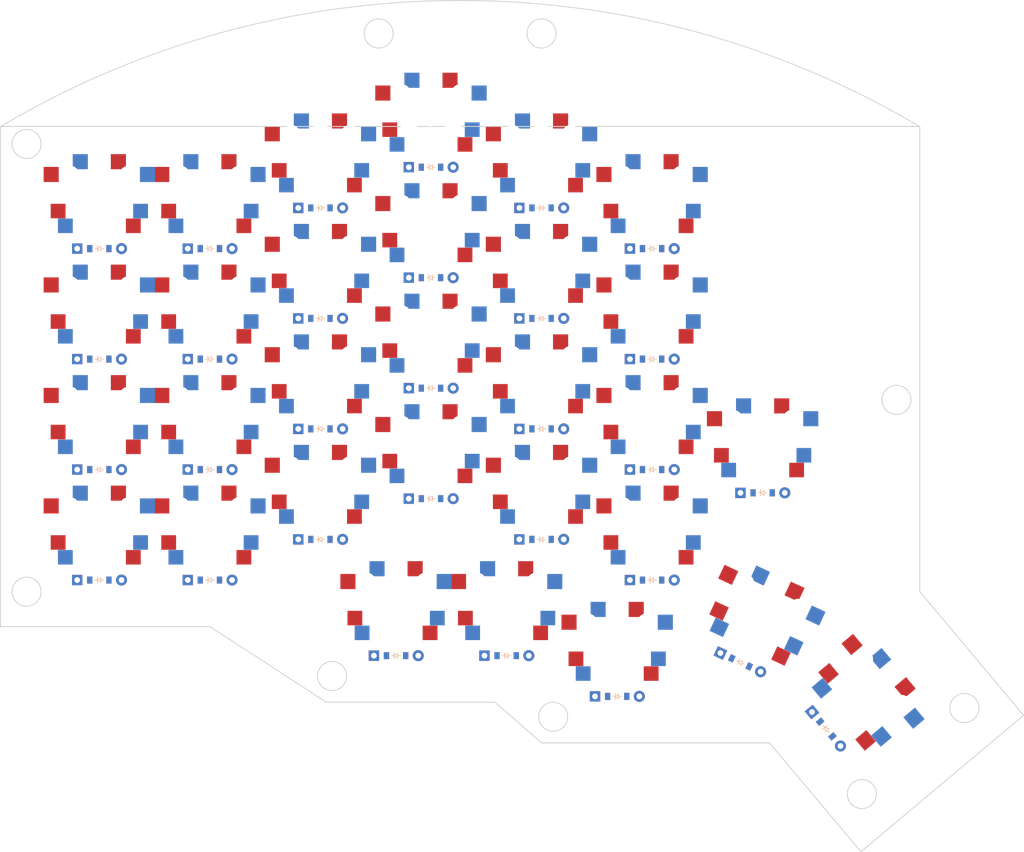
<source format=kicad_pcb>
(kicad_pcb (version 20171130) (host pcbnew 5.1.6)
  (title_block (title sizing_help) (rev v1.0.0) (company Unknown))
  (layers (0 F.Cu signal) (31 B.Cu signal) (34 B.Paste user) (35 F.Paste user) (36 B.SilkS user) (37 F.SilkS user) (38 B.Mask user) (39 F.Mask user) (44 Edge.Cuts user))
  (net 0 "")
  (net 1 "P21")
  (net 2 "GND")
  (net 3 "outerpinkie_bottom")
  (net 4 "P6")
  (net 5 "outerpinkie_middle")
  (net 6 "P5")
  (net 7 "outerpinkie_home")
  (net 8 "P4")
  (net 9 "outerpinkie_top")
  (net 10 "P3")
  (net 11 "P20")
  (net 12 "pinkie_bottom")
  (net 13 "pinkie_middle")
  (net 14 "pinkie_home")
  (net 15 "pinkie_top")
  (net 16 "P19")
  (net 17 "ring_bottom")
  (net 18 "ring_middle")
  (net 19 "ring_home")
  (net 20 "ring_top")
  (net 21 "P18")
  (net 22 "middle_bottom")
  (net 23 "middle_middle")
  (net 24 "middle_home")
  (net 25 "middle_top")
  (net 26 "P15")
  (net 27 "index_bottom")
  (net 28 "index_middle")
  (net 29 "index_home")
  (net 30 "index_top")
  (net 31 "P14")
  (net 32 "far_bottom")
  (net 33 "far_middle")
  (net 34 "far_home")
  (net 35 "far_top")
  (net 36 "first_bottom")
  (net 37 "P7")
  (net 38 "second_bottom")
  (net 39 "third_bottom")
  (net 40 "addon_bottom")
  (net 41 "fourth_bottom")
  (net 42 "fifth_bottom")
  (module PG1350 (layer F.Cu) (at 0 0 0)
    (fp_text reference "S1" hide)
    (fp_text value "" hide)
    (pad "" np_thru_hole circle (at 0 0) (size 3.429 3.429) (drill 3.429) (layers *.Cu *.Mask))
    (pad "" np_thru_hole circle (at 5.5 0) (size 1.7018 1.7018) (drill 1.7018) (layers *.Cu *.Mask))
    (pad "" np_thru_hole circle (at -5.5 0) (size 1.7018 1.7018) (drill 1.7018) (layers *.Cu *.Mask))
    (pad "" np_thru_hole circle (at 5 -3.75) (size 3 3) (drill 3) (layers *.Cu *.Mask))
    (pad "" np_thru_hole circle (at 0 -5.95) (size 3 3) (drill 3) (layers *.Cu *.Mask))
    (pad 1 smd rect (at -3.275 -5.95 0) (size 2.6 2.6) (layers B.Cu B.Paste B.Mask) (net 1 "P21"))
    (pad 2 smd rect (at 8.275 -3.75 0) (size 2.6 2.6) (layers B.Cu B.Paste B.Mask) (net 2 "GND"))
    (pad "" np_thru_hole circle (at -5 -3.75) (size 3 3) (drill 3) (layers *.Cu *.Mask))
    (pad "" np_thru_hole circle (at 0 -5.95) (size 3 3) (drill 3) (layers *.Cu *.Mask))
    (pad 1 smd rect (at 3.275 -5.95 0) (size 2.6 2.6) (layers F.Cu F.Paste F.Mask) (net 1 "P21"))
    (pad 2 smd rect (at -8.275 -3.75 0) (size 2.6 2.6) (layers F.Cu F.Paste F.Mask) (net 2 "GND"))
  )
  (module MX (layer F.Cu) (at 0 0 180)
    (fp_text reference "S2" hide)
    (fp_text value "" hide)
    (pad "" np_thru_hole circle (at 0 0) (size 3.9878 3.9878) (drill 3.9878) (layers *.Cu *.Mask))
    (pad "" np_thru_hole circle (at 5.08 0) (size 1.7018 1.7018) (drill 1.7018) (layers *.Cu *.Mask))
    (pad "" np_thru_hole circle (at -5.08 0) (size 1.7018 1.7018) (drill 1.7018) (layers *.Cu *.Mask))
    (pad "" np_thru_hole circle (at 2.54 -5.08) (size 3 3) (drill 3) (layers *.Cu *.Mask))
    (pad "" np_thru_hole circle (at -3.81 -2.54) (size 3 3) (drill 3) (layers *.Cu *.Mask))
    (pad 1 smd rect (at -7.085 -2.54 360) (size 2.55 2.5) (layers B.Cu B.Paste B.Mask) (net 1 "P21"))
    (pad 2 smd rect (at 5.842 -5.08 360) (size 2.55 2.5) (layers B.Cu B.Paste B.Mask) (net 2 "GND"))
    (pad "" np_thru_hole circle (at -2.54 -5.08) (size 3 3) (drill 3) (layers *.Cu *.Mask))
    (pad "" np_thru_hole circle (at 3.81 -2.54) (size 3 3) (drill 3) (layers *.Cu *.Mask))
    (pad 1 smd rect (at 7.085 -2.54 360) (size 2.55 2.5) (layers F.Cu F.Paste F.Mask) (net 1 "P21"))
    (pad 2 smd rect (at -5.842 -5.08 360) (size 2.55 2.5) (layers F.Cu F.Paste F.Mask) (net 2 "GND"))
  )
  (module ComboDiode (layer F.Cu) (at 0 9 0)
    (fp_text reference "D1" hide)
    (fp_text value "" hide)
    (pad 1 smd rect (at -1.65 0 0) (size 0.9 1.2) (layers F.Cu F.Paste F.Mask) (net 4 "P6"))
    (pad 2 smd rect (at 1.65 0 0) (size 0.9 1.2) (layers B.Cu B.Paste B.Mask) (net 3 "outerpinkie_bottom"))
    (pad 1 smd rect (at -1.65 0 0) (size 0.9 1.2) (layers B.Cu B.Paste B.Mask) (net 4 "P6"))
    (pad 2 smd rect (at 1.65 0 0) (size 0.9 1.2) (layers F.Cu F.Paste F.Mask) (net 3 "outerpinkie_bottom"))
    (pad 1 thru_hole circle (at 3.81 0 0) (size 1.905 1.905) (drill 0.9906) (layers *.Cu *.Mask) (net 3 "outerpinkie_bottom"))
    (pad 2 thru_hole rect (at -3.81 0 0) (size 1.778 1.778) (drill 0.9906) (layers *.Cu *.Mask) (net 4 "P6"))
  )
  (module PG1350 (layer F.Cu) (at 0 -19 0)
    (fp_text reference "S3" hide)
    (fp_text value "" hide)
    (pad "" np_thru_hole circle (at 0 0) (size 3.429 3.429) (drill 3.429) (layers *.Cu *.Mask))
    (pad "" np_thru_hole circle (at 5.5 0) (size 1.7018 1.7018) (drill 1.7018) (layers *.Cu *.Mask))
    (pad "" np_thru_hole circle (at -5.5 0) (size 1.7018 1.7018) (drill 1.7018) (layers *.Cu *.Mask))
    (pad "" np_thru_hole circle (at 5 -3.75) (size 3 3) (drill 3) (layers *.Cu *.Mask))
    (pad "" np_thru_hole circle (at 0 -5.95) (size 3 3) (drill 3) (layers *.Cu *.Mask))
    (pad 1 smd rect (at -3.275 -5.95 0) (size 2.6 2.6) (layers B.Cu B.Paste B.Mask) (net 1 "P21"))
    (pad 2 smd rect (at 8.275 -3.75 0) (size 2.6 2.6) (layers B.Cu B.Paste B.Mask) (net 2 "GND"))
    (pad "" np_thru_hole circle (at -5 -3.75) (size 3 3) (drill 3) (layers *.Cu *.Mask))
    (pad "" np_thru_hole circle (at 0 -5.95) (size 3 3) (drill 3) (layers *.Cu *.Mask))
    (pad 1 smd rect (at 3.275 -5.95 0) (size 2.6 2.6) (layers F.Cu F.Paste F.Mask) (net 1 "P21"))
    (pad 2 smd rect (at -8.275 -3.75 0) (size 2.6 2.6) (layers F.Cu F.Paste F.Mask) (net 2 "GND"))
  )
  (module MX (layer F.Cu) (at 0 -19 180)
    (fp_text reference "S4" hide)
    (fp_text value "" hide)
    (pad "" np_thru_hole circle (at 0 0) (size 3.9878 3.9878) (drill 3.9878) (layers *.Cu *.Mask))
    (pad "" np_thru_hole circle (at 5.08 0) (size 1.7018 1.7018) (drill 1.7018) (layers *.Cu *.Mask))
    (pad "" np_thru_hole circle (at -5.08 0) (size 1.7018 1.7018) (drill 1.7018) (layers *.Cu *.Mask))
    (pad "" np_thru_hole circle (at 2.54 -5.08) (size 3 3) (drill 3) (layers *.Cu *.Mask))
    (pad "" np_thru_hole circle (at -3.81 -2.54) (size 3 3) (drill 3) (layers *.Cu *.Mask))
    (pad 1 smd rect (at -7.085 -2.54 360) (size 2.55 2.5) (layers B.Cu B.Paste B.Mask) (net 1 "P21"))
    (pad 2 smd rect (at 5.842 -5.08 360) (size 2.55 2.5) (layers B.Cu B.Paste B.Mask) (net 2 "GND"))
    (pad "" np_thru_hole circle (at -2.54 -5.08) (size 3 3) (drill 3) (layers *.Cu *.Mask))
    (pad "" np_thru_hole circle (at 3.81 -2.54) (size 3 3) (drill 3) (layers *.Cu *.Mask))
    (pad 1 smd rect (at 7.085 -2.54 360) (size 2.55 2.5) (layers F.Cu F.Paste F.Mask) (net 1 "P21"))
    (pad 2 smd rect (at -5.842 -5.08 360) (size 2.55 2.5) (layers F.Cu F.Paste F.Mask) (net 2 "GND"))
  )
  (module ComboDiode (layer F.Cu) (at 0 -10 0)
    (fp_text reference "D2" hide)
    (fp_text value "" hide)
    (pad 1 smd rect (at -1.65 0 0) (size 0.9 1.2) (layers F.Cu F.Paste F.Mask) (net 6 "P5"))
    (pad 2 smd rect (at 1.65 0 0) (size 0.9 1.2) (layers B.Cu B.Paste B.Mask) (net 5 "outerpinkie_middle"))
    (pad 1 smd rect (at -1.65 0 0) (size 0.9 1.2) (layers B.Cu B.Paste B.Mask) (net 6 "P5"))
    (pad 2 smd rect (at 1.65 0 0) (size 0.9 1.2) (layers F.Cu F.Paste F.Mask) (net 5 "outerpinkie_middle"))
    (pad 1 thru_hole circle (at 3.81 0 0) (size 1.905 1.905) (drill 0.9906) (layers *.Cu *.Mask) (net 5 "outerpinkie_middle"))
    (pad 2 thru_hole rect (at -3.81 0 0) (size 1.778 1.778) (drill 0.9906) (layers *.Cu *.Mask) (net 6 "P5"))
  )
  (module PG1350 (layer F.Cu) (at 0 -38 0)
    (fp_text reference "S5" hide)
    (fp_text value "" hide)
    (pad "" np_thru_hole circle (at 0 0) (size 3.429 3.429) (drill 3.429) (layers *.Cu *.Mask))
    (pad "" np_thru_hole circle (at 5.5 0) (size 1.7018 1.7018) (drill 1.7018) (layers *.Cu *.Mask))
    (pad "" np_thru_hole circle (at -5.5 0) (size 1.7018 1.7018) (drill 1.7018) (layers *.Cu *.Mask))
    (pad "" np_thru_hole circle (at 5 -3.75) (size 3 3) (drill 3) (layers *.Cu *.Mask))
    (pad "" np_thru_hole circle (at 0 -5.95) (size 3 3) (drill 3) (layers *.Cu *.Mask))
    (pad 1 smd rect (at -3.275 -5.95 0) (size 2.6 2.6) (layers B.Cu B.Paste B.Mask) (net 1 "P21"))
    (pad 2 smd rect (at 8.275 -3.75 0) (size 2.6 2.6) (layers B.Cu B.Paste B.Mask) (net 2 "GND"))
    (pad "" np_thru_hole circle (at -5 -3.75) (size 3 3) (drill 3) (layers *.Cu *.Mask))
    (pad "" np_thru_hole circle (at 0 -5.95) (size 3 3) (drill 3) (layers *.Cu *.Mask))
    (pad 1 smd rect (at 3.275 -5.95 0) (size 2.6 2.6) (layers F.Cu F.Paste F.Mask) (net 1 "P21"))
    (pad 2 smd rect (at -8.275 -3.75 0) (size 2.6 2.6) (layers F.Cu F.Paste F.Mask) (net 2 "GND"))
  )
  (module MX (layer F.Cu) (at 0 -38 180)
    (fp_text reference "S6" hide)
    (fp_text value "" hide)
    (pad "" np_thru_hole circle (at 0 0) (size 3.9878 3.9878) (drill 3.9878) (layers *.Cu *.Mask))
    (pad "" np_thru_hole circle (at 5.08 0) (size 1.7018 1.7018) (drill 1.7018) (layers *.Cu *.Mask))
    (pad "" np_thru_hole circle (at -5.08 0) (size 1.7018 1.7018) (drill 1.7018) (layers *.Cu *.Mask))
    (pad "" np_thru_hole circle (at 2.54 -5.08) (size 3 3) (drill 3) (layers *.Cu *.Mask))
    (pad "" np_thru_hole circle (at -3.81 -2.54) (size 3 3) (drill 3) (layers *.Cu *.Mask))
    (pad 1 smd rect (at -7.085 -2.54 360) (size 2.55 2.5) (layers B.Cu B.Paste B.Mask) (net 1 "P21"))
    (pad 2 smd rect (at 5.842 -5.08 360) (size 2.55 2.5) (layers B.Cu B.Paste B.Mask) (net 2 "GND"))
    (pad "" np_thru_hole circle (at -2.54 -5.08) (size 3 3) (drill 3) (layers *.Cu *.Mask))
    (pad "" np_thru_hole circle (at 3.81 -2.54) (size 3 3) (drill 3) (layers *.Cu *.Mask))
    (pad 1 smd rect (at 7.085 -2.54 360) (size 2.55 2.5) (layers F.Cu F.Paste F.Mask) (net 1 "P21"))
    (pad 2 smd rect (at -5.842 -5.08 360) (size 2.55 2.5) (layers F.Cu F.Paste F.Mask) (net 2 "GND"))
  )
  (module ComboDiode (layer F.Cu) (at 0 -29 0)
    (fp_text reference "D3" hide)
    (fp_text value "" hide)
    (pad 1 smd rect (at -1.65 0 0) (size 0.9 1.2) (layers F.Cu F.Paste F.Mask) (net 8 "P4"))
    (pad 2 smd rect (at 1.65 0 0) (size 0.9 1.2) (layers B.Cu B.Paste B.Mask) (net 7 "outerpinkie_home"))
    (pad 1 smd rect (at -1.65 0 0) (size 0.9 1.2) (layers B.Cu B.Paste B.Mask) (net 8 "P4"))
    (pad 2 smd rect (at 1.65 0 0) (size 0.9 1.2) (layers F.Cu F.Paste F.Mask) (net 7 "outerpinkie_home"))
    (pad 1 thru_hole circle (at 3.81 0 0) (size 1.905 1.905) (drill 0.9906) (layers *.Cu *.Mask) (net 7 "outerpinkie_home"))
    (pad 2 thru_hole rect (at -3.81 0 0) (size 1.778 1.778) (drill 0.9906) (layers *.Cu *.Mask) (net 8 "P4"))
  )
  (module PG1350 (layer F.Cu) (at 0 -57 0)
    (fp_text reference "S7" hide)
    (fp_text value "" hide)
    (pad "" np_thru_hole circle (at 0 0) (size 3.429 3.429) (drill 3.429) (layers *.Cu *.Mask))
    (pad "" np_thru_hole circle (at 5.5 0) (size 1.7018 1.7018) (drill 1.7018) (layers *.Cu *.Mask))
    (pad "" np_thru_hole circle (at -5.5 0) (size 1.7018 1.7018) (drill 1.7018) (layers *.Cu *.Mask))
    (pad "" np_thru_hole circle (at 5 -3.75) (size 3 3) (drill 3) (layers *.Cu *.Mask))
    (pad "" np_thru_hole circle (at 0 -5.95) (size 3 3) (drill 3) (layers *.Cu *.Mask))
    (pad 1 smd rect (at -3.275 -5.95 0) (size 2.6 2.6) (layers B.Cu B.Paste B.Mask) (net 1 "P21"))
    (pad 2 smd rect (at 8.275 -3.75 0) (size 2.6 2.6) (layers B.Cu B.Paste B.Mask) (net 2 "GND"))
    (pad "" np_thru_hole circle (at -5 -3.75) (size 3 3) (drill 3) (layers *.Cu *.Mask))
    (pad "" np_thru_hole circle (at 0 -5.95) (size 3 3) (drill 3) (layers *.Cu *.Mask))
    (pad 1 smd rect (at 3.275 -5.95 0) (size 2.6 2.6) (layers F.Cu F.Paste F.Mask) (net 1 "P21"))
    (pad 2 smd rect (at -8.275 -3.75 0) (size 2.6 2.6) (layers F.Cu F.Paste F.Mask) (net 2 "GND"))
  )
  (module MX (layer F.Cu) (at 0 -57 180)
    (fp_text reference "S8" hide)
    (fp_text value "" hide)
    (pad "" np_thru_hole circle (at 0 0) (size 3.9878 3.9878) (drill 3.9878) (layers *.Cu *.Mask))
    (pad "" np_thru_hole circle (at 5.08 0) (size 1.7018 1.7018) (drill 1.7018) (layers *.Cu *.Mask))
    (pad "" np_thru_hole circle (at -5.08 0) (size 1.7018 1.7018) (drill 1.7018) (layers *.Cu *.Mask))
    (pad "" np_thru_hole circle (at 2.54 -5.08) (size 3 3) (drill 3) (layers *.Cu *.Mask))
    (pad "" np_thru_hole circle (at -3.81 -2.54) (size 3 3) (drill 3) (layers *.Cu *.Mask))
    (pad 1 smd rect (at -7.085 -2.54 360) (size 2.55 2.5) (layers B.Cu B.Paste B.Mask) (net 1 "P21"))
    (pad 2 smd rect (at 5.842 -5.08 360) (size 2.55 2.5) (layers B.Cu B.Paste B.Mask) (net 2 "GND"))
    (pad "" np_thru_hole circle (at -2.54 -5.08) (size 3 3) (drill 3) (layers *.Cu *.Mask))
    (pad "" np_thru_hole circle (at 3.81 -2.54) (size 3 3) (drill 3) (layers *.Cu *.Mask))
    (pad 1 smd rect (at 7.085 -2.54 360) (size 2.55 2.5) (layers F.Cu F.Paste F.Mask) (net 1 "P21"))
    (pad 2 smd rect (at -5.842 -5.08 360) (size 2.55 2.5) (layers F.Cu F.Paste F.Mask) (net 2 "GND"))
  )
  (module ComboDiode (layer F.Cu) (at 0 -48 0)
    (fp_text reference "D4" hide)
    (fp_text value "" hide)
    (pad 1 smd rect (at -1.65 0 0) (size 0.9 1.2) (layers F.Cu F.Paste F.Mask) (net 10 "P3"))
    (pad 2 smd rect (at 1.65 0 0) (size 0.9 1.2) (layers B.Cu B.Paste B.Mask) (net 9 "outerpinkie_top"))
    (pad 1 smd rect (at -1.65 0 0) (size 0.9 1.2) (layers B.Cu B.Paste B.Mask) (net 10 "P3"))
    (pad 2 smd rect (at 1.65 0 0) (size 0.9 1.2) (layers F.Cu F.Paste F.Mask) (net 9 "outerpinkie_top"))
    (pad 1 thru_hole circle (at 3.81 0 0) (size 1.905 1.905) (drill 0.9906) (layers *.Cu *.Mask) (net 9 "outerpinkie_top"))
    (pad 2 thru_hole rect (at -3.81 0 0) (size 1.778 1.778) (drill 0.9906) (layers *.Cu *.Mask) (net 10 "P3"))
  )
  (module PG1350 (layer F.Cu) (at 19 0 0)
    (fp_text reference "S9" hide)
    (fp_text value "" hide)
    (pad "" np_thru_hole circle (at 0 0) (size 3.429 3.429) (drill 3.429) (layers *.Cu *.Mask))
    (pad "" np_thru_hole circle (at 5.5 0) (size 1.7018 1.7018) (drill 1.7018) (layers *.Cu *.Mask))
    (pad "" np_thru_hole circle (at -5.5 0) (size 1.7018 1.7018) (drill 1.7018) (layers *.Cu *.Mask))
    (pad "" np_thru_hole circle (at 5 -3.75) (size 3 3) (drill 3) (layers *.Cu *.Mask))
    (pad "" np_thru_hole circle (at 0 -5.95) (size 3 3) (drill 3) (layers *.Cu *.Mask))
    (pad 1 smd rect (at -3.275 -5.95 0) (size 2.6 2.6) (layers B.Cu B.Paste B.Mask) (net 11 "P20"))
    (pad 2 smd rect (at 8.275 -3.75 0) (size 2.6 2.6) (layers B.Cu B.Paste B.Mask) (net 2 "GND"))
    (pad "" np_thru_hole circle (at -5 -3.75) (size 3 3) (drill 3) (layers *.Cu *.Mask))
    (pad "" np_thru_hole circle (at 0 -5.95) (size 3 3) (drill 3) (layers *.Cu *.Mask))
    (pad 1 smd rect (at 3.275 -5.95 0) (size 2.6 2.6) (layers F.Cu F.Paste F.Mask) (net 11 "P20"))
    (pad 2 smd rect (at -8.275 -3.75 0) (size 2.6 2.6) (layers F.Cu F.Paste F.Mask) (net 2 "GND"))
  )
  (module MX (layer F.Cu) (at 19 0 180)
    (fp_text reference "S10" hide)
    (fp_text value "" hide)
    (pad "" np_thru_hole circle (at 0 0) (size 3.9878 3.9878) (drill 3.9878) (layers *.Cu *.Mask))
    (pad "" np_thru_hole circle (at 5.08 0) (size 1.7018 1.7018) (drill 1.7018) (layers *.Cu *.Mask))
    (pad "" np_thru_hole circle (at -5.08 0) (size 1.7018 1.7018) (drill 1.7018) (layers *.Cu *.Mask))
    (pad "" np_thru_hole circle (at 2.54 -5.08) (size 3 3) (drill 3) (layers *.Cu *.Mask))
    (pad "" np_thru_hole circle (at -3.81 -2.54) (size 3 3) (drill 3) (layers *.Cu *.Mask))
    (pad 1 smd rect (at -7.085 -2.54 360) (size 2.55 2.5) (layers B.Cu B.Paste B.Mask) (net 11 "P20"))
    (pad 2 smd rect (at 5.842 -5.08 360) (size 2.55 2.5) (layers B.Cu B.Paste B.Mask) (net 2 "GND"))
    (pad "" np_thru_hole circle (at -2.54 -5.08) (size 3 3) (drill 3) (layers *.Cu *.Mask))
    (pad "" np_thru_hole circle (at 3.81 -2.54) (size 3 3) (drill 3) (layers *.Cu *.Mask))
    (pad 1 smd rect (at 7.085 -2.54 360) (size 2.55 2.5) (layers F.Cu F.Paste F.Mask) (net 11 "P20"))
    (pad 2 smd rect (at -5.842 -5.08 360) (size 2.55 2.5) (layers F.Cu F.Paste F.Mask) (net 2 "GND"))
  )
  (module ComboDiode (layer F.Cu) (at 19 9 0)
    (fp_text reference "D5" hide)
    (fp_text value "" hide)
    (pad 1 smd rect (at -1.65 0 0) (size 0.9 1.2) (layers F.Cu F.Paste F.Mask) (net 4 "P6"))
    (pad 2 smd rect (at 1.65 0 0) (size 0.9 1.2) (layers B.Cu B.Paste B.Mask) (net 12 "pinkie_bottom"))
    (pad 1 smd rect (at -1.65 0 0) (size 0.9 1.2) (layers B.Cu B.Paste B.Mask) (net 4 "P6"))
    (pad 2 smd rect (at 1.65 0 0) (size 0.9 1.2) (layers F.Cu F.Paste F.Mask) (net 12 "pinkie_bottom"))
    (pad 1 thru_hole circle (at 3.81 0 0) (size 1.905 1.905) (drill 0.9906) (layers *.Cu *.Mask) (net 12 "pinkie_bottom"))
    (pad 2 thru_hole rect (at -3.81 0 0) (size 1.778 1.778) (drill 0.9906) (layers *.Cu *.Mask) (net 4 "P6"))
  )
  (module PG1350 (layer F.Cu) (at 19 -19 0)
    (fp_text reference "S11" hide)
    (fp_text value "" hide)
    (pad "" np_thru_hole circle (at 0 0) (size 3.429 3.429) (drill 3.429) (layers *.Cu *.Mask))
    (pad "" np_thru_hole circle (at 5.5 0) (size 1.7018 1.7018) (drill 1.7018) (layers *.Cu *.Mask))
    (pad "" np_thru_hole circle (at -5.5 0) (size 1.7018 1.7018) (drill 1.7018) (layers *.Cu *.Mask))
    (pad "" np_thru_hole circle (at 5 -3.75) (size 3 3) (drill 3) (layers *.Cu *.Mask))
    (pad "" np_thru_hole circle (at 0 -5.95) (size 3 3) (drill 3) (layers *.Cu *.Mask))
    (pad 1 smd rect (at -3.275 -5.95 0) (size 2.6 2.6) (layers B.Cu B.Paste B.Mask) (net 11 "P20"))
    (pad 2 smd rect (at 8.275 -3.75 0) (size 2.6 2.6) (layers B.Cu B.Paste B.Mask) (net 2 "GND"))
    (pad "" np_thru_hole circle (at -5 -3.75) (size 3 3) (drill 3) (layers *.Cu *.Mask))
    (pad "" np_thru_hole circle (at 0 -5.95) (size 3 3) (drill 3) (layers *.Cu *.Mask))
    (pad 1 smd rect (at 3.275 -5.95 0) (size 2.6 2.6) (layers F.Cu F.Paste F.Mask) (net 11 "P20"))
    (pad 2 smd rect (at -8.275 -3.75 0) (size 2.6 2.6) (layers F.Cu F.Paste F.Mask) (net 2 "GND"))
  )
  (module MX (layer F.Cu) (at 19 -19 180)
    (fp_text reference "S12" hide)
    (fp_text value "" hide)
    (pad "" np_thru_hole circle (at 0 0) (size 3.9878 3.9878) (drill 3.9878) (layers *.Cu *.Mask))
    (pad "" np_thru_hole circle (at 5.08 0) (size 1.7018 1.7018) (drill 1.7018) (layers *.Cu *.Mask))
    (pad "" np_thru_hole circle (at -5.08 0) (size 1.7018 1.7018) (drill 1.7018) (layers *.Cu *.Mask))
    (pad "" np_thru_hole circle (at 2.54 -5.08) (size 3 3) (drill 3) (layers *.Cu *.Mask))
    (pad "" np_thru_hole circle (at -3.81 -2.54) (size 3 3) (drill 3) (layers *.Cu *.Mask))
    (pad 1 smd rect (at -7.085 -2.54 360) (size 2.55 2.5) (layers B.Cu B.Paste B.Mask) (net 11 "P20"))
    (pad 2 smd rect (at 5.842 -5.08 360) (size 2.55 2.5) (layers B.Cu B.Paste B.Mask) (net 2 "GND"))
    (pad "" np_thru_hole circle (at -2.54 -5.08) (size 3 3) (drill 3) (layers *.Cu *.Mask))
    (pad "" np_thru_hole circle (at 3.81 -2.54) (size 3 3) (drill 3) (layers *.Cu *.Mask))
    (pad 1 smd rect (at 7.085 -2.54 360) (size 2.55 2.5) (layers F.Cu F.Paste F.Mask) (net 11 "P20"))
    (pad 2 smd rect (at -5.842 -5.08 360) (size 2.55 2.5) (layers F.Cu F.Paste F.Mask) (net 2 "GND"))
  )
  (module ComboDiode (layer F.Cu) (at 19 -10 0)
    (fp_text reference "D6" hide)
    (fp_text value "" hide)
    (pad 1 smd rect (at -1.65 0 0) (size 0.9 1.2) (layers F.Cu F.Paste F.Mask) (net 6 "P5"))
    (pad 2 smd rect (at 1.65 0 0) (size 0.9 1.2) (layers B.Cu B.Paste B.Mask) (net 13 "pinkie_middle"))
    (pad 1 smd rect (at -1.65 0 0) (size 0.9 1.2) (layers B.Cu B.Paste B.Mask) (net 6 "P5"))
    (pad 2 smd rect (at 1.65 0 0) (size 0.9 1.2) (layers F.Cu F.Paste F.Mask) (net 13 "pinkie_middle"))
    (pad 1 thru_hole circle (at 3.81 0 0) (size 1.905 1.905) (drill 0.9906) (layers *.Cu *.Mask) (net 13 "pinkie_middle"))
    (pad 2 thru_hole rect (at -3.81 0 0) (size 1.778 1.778) (drill 0.9906) (layers *.Cu *.Mask) (net 6 "P5"))
  )
  (module PG1350 (layer F.Cu) (at 19 -38 0)
    (fp_text reference "S13" hide)
    (fp_text value "" hide)
    (pad "" np_thru_hole circle (at 0 0) (size 3.429 3.429) (drill 3.429) (layers *.Cu *.Mask))
    (pad "" np_thru_hole circle (at 5.5 0) (size 1.7018 1.7018) (drill 1.7018) (layers *.Cu *.Mask))
    (pad "" np_thru_hole circle (at -5.5 0) (size 1.7018 1.7018) (drill 1.7018) (layers *.Cu *.Mask))
    (pad "" np_thru_hole circle (at 5 -3.75) (size 3 3) (drill 3) (layers *.Cu *.Mask))
    (pad "" np_thru_hole circle (at 0 -5.95) (size 3 3) (drill 3) (layers *.Cu *.Mask))
    (pad 1 smd rect (at -3.275 -5.95 0) (size 2.6 2.6) (layers B.Cu B.Paste B.Mask) (net 11 "P20"))
    (pad 2 smd rect (at 8.275 -3.75 0) (size 2.6 2.6) (layers B.Cu B.Paste B.Mask) (net 2 "GND"))
    (pad "" np_thru_hole circle (at -5 -3.75) (size 3 3) (drill 3) (layers *.Cu *.Mask))
    (pad "" np_thru_hole circle (at 0 -5.95) (size 3 3) (drill 3) (layers *.Cu *.Mask))
    (pad 1 smd rect (at 3.275 -5.95 0) (size 2.6 2.6) (layers F.Cu F.Paste F.Mask) (net 11 "P20"))
    (pad 2 smd rect (at -8.275 -3.75 0) (size 2.6 2.6) (layers F.Cu F.Paste F.Mask) (net 2 "GND"))
  )
  (module MX (layer F.Cu) (at 19 -38 180)
    (fp_text reference "S14" hide)
    (fp_text value "" hide)
    (pad "" np_thru_hole circle (at 0 0) (size 3.9878 3.9878) (drill 3.9878) (layers *.Cu *.Mask))
    (pad "" np_thru_hole circle (at 5.08 0) (size 1.7018 1.7018) (drill 1.7018) (layers *.Cu *.Mask))
    (pad "" np_thru_hole circle (at -5.08 0) (size 1.7018 1.7018) (drill 1.7018) (layers *.Cu *.Mask))
    (pad "" np_thru_hole circle (at 2.54 -5.08) (size 3 3) (drill 3) (layers *.Cu *.Mask))
    (pad "" np_thru_hole circle (at -3.81 -2.54) (size 3 3) (drill 3) (layers *.Cu *.Mask))
    (pad 1 smd rect (at -7.085 -2.54 360) (size 2.55 2.5) (layers B.Cu B.Paste B.Mask) (net 11 "P20"))
    (pad 2 smd rect (at 5.842 -5.08 360) (size 2.55 2.5) (layers B.Cu B.Paste B.Mask) (net 2 "GND"))
    (pad "" np_thru_hole circle (at -2.54 -5.08) (size 3 3) (drill 3) (layers *.Cu *.Mask))
    (pad "" np_thru_hole circle (at 3.81 -2.54) (size 3 3) (drill 3) (layers *.Cu *.Mask))
    (pad 1 smd rect (at 7.085 -2.54 360) (size 2.55 2.5) (layers F.Cu F.Paste F.Mask) (net 11 "P20"))
    (pad 2 smd rect (at -5.842 -5.08 360) (size 2.55 2.5) (layers F.Cu F.Paste F.Mask) (net 2 "GND"))
  )
  (module ComboDiode (layer F.Cu) (at 19 -29 0)
    (fp_text reference "D7" hide)
    (fp_text value "" hide)
    (pad 1 smd rect (at -1.65 0 0) (size 0.9 1.2) (layers F.Cu F.Paste F.Mask) (net 8 "P4"))
    (pad 2 smd rect (at 1.65 0 0) (size 0.9 1.2) (layers B.Cu B.Paste B.Mask) (net 14 "pinkie_home"))
    (pad 1 smd rect (at -1.65 0 0) (size 0.9 1.2) (layers B.Cu B.Paste B.Mask) (net 8 "P4"))
    (pad 2 smd rect (at 1.65 0 0) (size 0.9 1.2) (layers F.Cu F.Paste F.Mask) (net 14 "pinkie_home"))
    (pad 1 thru_hole circle (at 3.81 0 0) (size 1.905 1.905) (drill 0.9906) (layers *.Cu *.Mask) (net 14 "pinkie_home"))
    (pad 2 thru_hole rect (at -3.81 0 0) (size 1.778 1.778) (drill 0.9906) (layers *.Cu *.Mask) (net 8 "P4"))
  )
  (module PG1350 (layer F.Cu) (at 19 -57 0)
    (fp_text reference "S15" hide)
    (fp_text value "" hide)
    (pad "" np_thru_hole circle (at 0 0) (size 3.429 3.429) (drill 3.429) (layers *.Cu *.Mask))
    (pad "" np_thru_hole circle (at 5.5 0) (size 1.7018 1.7018) (drill 1.7018) (layers *.Cu *.Mask))
    (pad "" np_thru_hole circle (at -5.5 0) (size 1.7018 1.7018) (drill 1.7018) (layers *.Cu *.Mask))
    (pad "" np_thru_hole circle (at 5 -3.75) (size 3 3) (drill 3) (layers *.Cu *.Mask))
    (pad "" np_thru_hole circle (at 0 -5.95) (size 3 3) (drill 3) (layers *.Cu *.Mask))
    (pad 1 smd rect (at -3.275 -5.95 0) (size 2.6 2.6) (layers B.Cu B.Paste B.Mask) (net 11 "P20"))
    (pad 2 smd rect (at 8.275 -3.75 0) (size 2.6 2.6) (layers B.Cu B.Paste B.Mask) (net 2 "GND"))
    (pad "" np_thru_hole circle (at -5 -3.75) (size 3 3) (drill 3) (layers *.Cu *.Mask))
    (pad "" np_thru_hole circle (at 0 -5.95) (size 3 3) (drill 3) (layers *.Cu *.Mask))
    (pad 1 smd rect (at 3.275 -5.95 0) (size 2.6 2.6) (layers F.Cu F.Paste F.Mask) (net 11 "P20"))
    (pad 2 smd rect (at -8.275 -3.75 0) (size 2.6 2.6) (layers F.Cu F.Paste F.Mask) (net 2 "GND"))
  )
  (module MX (layer F.Cu) (at 19 -57 180)
    (fp_text reference "S16" hide)
    (fp_text value "" hide)
    (pad "" np_thru_hole circle (at 0 0) (size 3.9878 3.9878) (drill 3.9878) (layers *.Cu *.Mask))
    (pad "" np_thru_hole circle (at 5.08 0) (size 1.7018 1.7018) (drill 1.7018) (layers *.Cu *.Mask))
    (pad "" np_thru_hole circle (at -5.08 0) (size 1.7018 1.7018) (drill 1.7018) (layers *.Cu *.Mask))
    (pad "" np_thru_hole circle (at 2.54 -5.08) (size 3 3) (drill 3) (layers *.Cu *.Mask))
    (pad "" np_thru_hole circle (at -3.81 -2.54) (size 3 3) (drill 3) (layers *.Cu *.Mask))
    (pad 1 smd rect (at -7.085 -2.54 360) (size 2.55 2.5) (layers B.Cu B.Paste B.Mask) (net 11 "P20"))
    (pad 2 smd rect (at 5.842 -5.08 360) (size 2.55 2.5) (layers B.Cu B.Paste B.Mask) (net 2 "GND"))
    (pad "" np_thru_hole circle (at -2.54 -5.08) (size 3 3) (drill 3) (layers *.Cu *.Mask))
    (pad "" np_thru_hole circle (at 3.81 -2.54) (size 3 3) (drill 3) (layers *.Cu *.Mask))
    (pad 1 smd rect (at 7.085 -2.54 360) (size 2.55 2.5) (layers F.Cu F.Paste F.Mask) (net 11 "P20"))
    (pad 2 smd rect (at -5.842 -5.08 360) (size 2.55 2.5) (layers F.Cu F.Paste F.Mask) (net 2 "GND"))
  )
  (module ComboDiode (layer F.Cu) (at 19 -48 0)
    (fp_text reference "D8" hide)
    (fp_text value "" hide)
    (pad 1 smd rect (at -1.65 0 0) (size 0.9 1.2) (layers F.Cu F.Paste F.Mask) (net 10 "P3"))
    (pad 2 smd rect (at 1.65 0 0) (size 0.9 1.2) (layers B.Cu B.Paste B.Mask) (net 15 "pinkie_top"))
    (pad 1 smd rect (at -1.65 0 0) (size 0.9 1.2) (layers B.Cu B.Paste B.Mask) (net 10 "P3"))
    (pad 2 smd rect (at 1.65 0 0) (size 0.9 1.2) (layers F.Cu F.Paste F.Mask) (net 15 "pinkie_top"))
    (pad 1 thru_hole circle (at 3.81 0 0) (size 1.905 1.905) (drill 0.9906) (layers *.Cu *.Mask) (net 15 "pinkie_top"))
    (pad 2 thru_hole rect (at -3.81 0 0) (size 1.778 1.778) (drill 0.9906) (layers *.Cu *.Mask) (net 10 "P3"))
  )
  (module PG1350 (layer F.Cu) (at 38 -7 0)
    (fp_text reference "S17" hide)
    (fp_text value "" hide)
    (pad "" np_thru_hole circle (at 0 0) (size 3.429 3.429) (drill 3.429) (layers *.Cu *.Mask))
    (pad "" np_thru_hole circle (at 5.5 0) (size 1.7018 1.7018) (drill 1.7018) (layers *.Cu *.Mask))
    (pad "" np_thru_hole circle (at -5.5 0) (size 1.7018 1.7018) (drill 1.7018) (layers *.Cu *.Mask))
    (pad "" np_thru_hole circle (at 5 -3.75) (size 3 3) (drill 3) (layers *.Cu *.Mask))
    (pad "" np_thru_hole circle (at 0 -5.95) (size 3 3) (drill 3) (layers *.Cu *.Mask))
    (pad 1 smd rect (at -3.275 -5.95 0) (size 2.6 2.6) (layers B.Cu B.Paste B.Mask) (net 16 "P19"))
    (pad 2 smd rect (at 8.275 -3.75 0) (size 2.6 2.6) (layers B.Cu B.Paste B.Mask) (net 2 "GND"))
    (pad "" np_thru_hole circle (at -5 -3.75) (size 3 3) (drill 3) (layers *.Cu *.Mask))
    (pad "" np_thru_hole circle (at 0 -5.95) (size 3 3) (drill 3) (layers *.Cu *.Mask))
    (pad 1 smd rect (at 3.275 -5.95 0) (size 2.6 2.6) (layers F.Cu F.Paste F.Mask) (net 16 "P19"))
    (pad 2 smd rect (at -8.275 -3.75 0) (size 2.6 2.6) (layers F.Cu F.Paste F.Mask) (net 2 "GND"))
  )
  (module MX (layer F.Cu) (at 38 -7 180)
    (fp_text reference "S18" hide)
    (fp_text value "" hide)
    (pad "" np_thru_hole circle (at 0 0) (size 3.9878 3.9878) (drill 3.9878) (layers *.Cu *.Mask))
    (pad "" np_thru_hole circle (at 5.08 0) (size 1.7018 1.7018) (drill 1.7018) (layers *.Cu *.Mask))
    (pad "" np_thru_hole circle (at -5.08 0) (size 1.7018 1.7018) (drill 1.7018) (layers *.Cu *.Mask))
    (pad "" np_thru_hole circle (at 2.54 -5.08) (size 3 3) (drill 3) (layers *.Cu *.Mask))
    (pad "" np_thru_hole circle (at -3.81 -2.54) (size 3 3) (drill 3) (layers *.Cu *.Mask))
    (pad 1 smd rect (at -7.085 -2.54 360) (size 2.55 2.5) (layers B.Cu B.Paste B.Mask) (net 16 "P19"))
    (pad 2 smd rect (at 5.842 -5.08 360) (size 2.55 2.5) (layers B.Cu B.Paste B.Mask) (net 2 "GND"))
    (pad "" np_thru_hole circle (at -2.54 -5.08) (size 3 3) (drill 3) (layers *.Cu *.Mask))
    (pad "" np_thru_hole circle (at 3.81 -2.54) (size 3 3) (drill 3) (layers *.Cu *.Mask))
    (pad 1 smd rect (at 7.085 -2.54 360) (size 2.55 2.5) (layers F.Cu F.Paste F.Mask) (net 16 "P19"))
    (pad 2 smd rect (at -5.842 -5.08 360) (size 2.55 2.5) (layers F.Cu F.Paste F.Mask) (net 2 "GND"))
  )
  (module ComboDiode (layer F.Cu) (at 38 2 0)
    (fp_text reference "D9" hide)
    (fp_text value "" hide)
    (pad 1 smd rect (at -1.65 0 0) (size 0.9 1.2) (layers F.Cu F.Paste F.Mask) (net 4 "P6"))
    (pad 2 smd rect (at 1.65 0 0) (size 0.9 1.2) (layers B.Cu B.Paste B.Mask) (net 17 "ring_bottom"))
    (pad 1 smd rect (at -1.65 0 0) (size 0.9 1.2) (layers B.Cu B.Paste B.Mask) (net 4 "P6"))
    (pad 2 smd rect (at 1.65 0 0) (size 0.9 1.2) (layers F.Cu F.Paste F.Mask) (net 17 "ring_bottom"))
    (pad 1 thru_hole circle (at 3.81 0 0) (size 1.905 1.905) (drill 0.9906) (layers *.Cu *.Mask) (net 17 "ring_bottom"))
    (pad 2 thru_hole rect (at -3.81 0 0) (size 1.778 1.778) (drill 0.9906) (layers *.Cu *.Mask) (net 4 "P6"))
  )
  (module PG1350 (layer F.Cu) (at 38 -26 0)
    (fp_text reference "S19" hide)
    (fp_text value "" hide)
    (pad "" np_thru_hole circle (at 0 0) (size 3.429 3.429) (drill 3.429) (layers *.Cu *.Mask))
    (pad "" np_thru_hole circle (at 5.5 0) (size 1.7018 1.7018) (drill 1.7018) (layers *.Cu *.Mask))
    (pad "" np_thru_hole circle (at -5.5 0) (size 1.7018 1.7018) (drill 1.7018) (layers *.Cu *.Mask))
    (pad "" np_thru_hole circle (at 5 -3.75) (size 3 3) (drill 3) (layers *.Cu *.Mask))
    (pad "" np_thru_hole circle (at 0 -5.95) (size 3 3) (drill 3) (layers *.Cu *.Mask))
    (pad 1 smd rect (at -3.275 -5.95 0) (size 2.6 2.6) (layers B.Cu B.Paste B.Mask) (net 16 "P19"))
    (pad 2 smd rect (at 8.275 -3.75 0) (size 2.6 2.6) (layers B.Cu B.Paste B.Mask) (net 2 "GND"))
    (pad "" np_thru_hole circle (at -5 -3.75) (size 3 3) (drill 3) (layers *.Cu *.Mask))
    (pad "" np_thru_hole circle (at 0 -5.95) (size 3 3) (drill 3) (layers *.Cu *.Mask))
    (pad 1 smd rect (at 3.275 -5.95 0) (size 2.6 2.6) (layers F.Cu F.Paste F.Mask) (net 16 "P19"))
    (pad 2 smd rect (at -8.275 -3.75 0) (size 2.6 2.6) (layers F.Cu F.Paste F.Mask) (net 2 "GND"))
  )
  (module MX (layer F.Cu) (at 38 -26 180)
    (fp_text reference "S20" hide)
    (fp_text value "" hide)
    (pad "" np_thru_hole circle (at 0 0) (size 3.9878 3.9878) (drill 3.9878) (layers *.Cu *.Mask))
    (pad "" np_thru_hole circle (at 5.08 0) (size 1.7018 1.7018) (drill 1.7018) (layers *.Cu *.Mask))
    (pad "" np_thru_hole circle (at -5.08 0) (size 1.7018 1.7018) (drill 1.7018) (layers *.Cu *.Mask))
    (pad "" np_thru_hole circle (at 2.54 -5.08) (size 3 3) (drill 3) (layers *.Cu *.Mask))
    (pad "" np_thru_hole circle (at -3.81 -2.54) (size 3 3) (drill 3) (layers *.Cu *.Mask))
    (pad 1 smd rect (at -7.085 -2.54 360) (size 2.55 2.5) (layers B.Cu B.Paste B.Mask) (net 16 "P19"))
    (pad 2 smd rect (at 5.842 -5.08 360) (size 2.55 2.5) (layers B.Cu B.Paste B.Mask) (net 2 "GND"))
    (pad "" np_thru_hole circle (at -2.54 -5.08) (size 3 3) (drill 3) (layers *.Cu *.Mask))
    (pad "" np_thru_hole circle (at 3.81 -2.54) (size 3 3) (drill 3) (layers *.Cu *.Mask))
    (pad 1 smd rect (at 7.085 -2.54 360) (size 2.55 2.5) (layers F.Cu F.Paste F.Mask) (net 16 "P19"))
    (pad 2 smd rect (at -5.842 -5.08 360) (size 2.55 2.5) (layers F.Cu F.Paste F.Mask) (net 2 "GND"))
  )
  (module ComboDiode (layer F.Cu) (at 38 -17 0)
    (fp_text reference "D10" hide)
    (fp_text value "" hide)
    (pad 1 smd rect (at -1.65 0 0) (size 0.9 1.2) (layers F.Cu F.Paste F.Mask) (net 6 "P5"))
    (pad 2 smd rect (at 1.65 0 0) (size 0.9 1.2) (layers B.Cu B.Paste B.Mask) (net 18 "ring_middle"))
    (pad 1 smd rect (at -1.65 0 0) (size 0.9 1.2) (layers B.Cu B.Paste B.Mask) (net 6 "P5"))
    (pad 2 smd rect (at 1.65 0 0) (size 0.9 1.2) (layers F.Cu F.Paste F.Mask) (net 18 "ring_middle"))
    (pad 1 thru_hole circle (at 3.81 0 0) (size 1.905 1.905) (drill 0.9906) (layers *.Cu *.Mask) (net 18 "ring_middle"))
    (pad 2 thru_hole rect (at -3.81 0 0) (size 1.778 1.778) (drill 0.9906) (layers *.Cu *.Mask) (net 6 "P5"))
  )
  (module PG1350 (layer F.Cu) (at 38 -45 0)
    (fp_text reference "S21" hide)
    (fp_text value "" hide)
    (pad "" np_thru_hole circle (at 0 0) (size 3.429 3.429) (drill 3.429) (layers *.Cu *.Mask))
    (pad "" np_thru_hole circle (at 5.5 0) (size 1.7018 1.7018) (drill 1.7018) (layers *.Cu *.Mask))
    (pad "" np_thru_hole circle (at -5.5 0) (size 1.7018 1.7018) (drill 1.7018) (layers *.Cu *.Mask))
    (pad "" np_thru_hole circle (at 5 -3.75) (size 3 3) (drill 3) (layers *.Cu *.Mask))
    (pad "" np_thru_hole circle (at 0 -5.95) (size 3 3) (drill 3) (layers *.Cu *.Mask))
    (pad 1 smd rect (at -3.275 -5.95 0) (size 2.6 2.6) (layers B.Cu B.Paste B.Mask) (net 16 "P19"))
    (pad 2 smd rect (at 8.275 -3.75 0) (size 2.6 2.6) (layers B.Cu B.Paste B.Mask) (net 2 "GND"))
    (pad "" np_thru_hole circle (at -5 -3.75) (size 3 3) (drill 3) (layers *.Cu *.Mask))
    (pad "" np_thru_hole circle (at 0 -5.95) (size 3 3) (drill 3) (layers *.Cu *.Mask))
    (pad 1 smd rect (at 3.275 -5.95 0) (size 2.6 2.6) (layers F.Cu F.Paste F.Mask) (net 16 "P19"))
    (pad 2 smd rect (at -8.275 -3.75 0) (size 2.6 2.6) (layers F.Cu F.Paste F.Mask) (net 2 "GND"))
  )
  (module MX (layer F.Cu) (at 38 -45 180)
    (fp_text reference "S22" hide)
    (fp_text value "" hide)
    (pad "" np_thru_hole circle (at 0 0) (size 3.9878 3.9878) (drill 3.9878) (layers *.Cu *.Mask))
    (pad "" np_thru_hole circle (at 5.08 0) (size 1.7018 1.7018) (drill 1.7018) (layers *.Cu *.Mask))
    (pad "" np_thru_hole circle (at -5.08 0) (size 1.7018 1.7018) (drill 1.7018) (layers *.Cu *.Mask))
    (pad "" np_thru_hole circle (at 2.54 -5.08) (size 3 3) (drill 3) (layers *.Cu *.Mask))
    (pad "" np_thru_hole circle (at -3.81 -2.54) (size 3 3) (drill 3) (layers *.Cu *.Mask))
    (pad 1 smd rect (at -7.085 -2.54 360) (size 2.55 2.5) (layers B.Cu B.Paste B.Mask) (net 16 "P19"))
    (pad 2 smd rect (at 5.842 -5.08 360) (size 2.55 2.5) (layers B.Cu B.Paste B.Mask) (net 2 "GND"))
    (pad "" np_thru_hole circle (at -2.54 -5.08) (size 3 3) (drill 3) (layers *.Cu *.Mask))
    (pad "" np_thru_hole circle (at 3.81 -2.54) (size 3 3) (drill 3) (layers *.Cu *.Mask))
    (pad 1 smd rect (at 7.085 -2.54 360) (size 2.55 2.5) (layers F.Cu F.Paste F.Mask) (net 16 "P19"))
    (pad 2 smd rect (at -5.842 -5.08 360) (size 2.55 2.5) (layers F.Cu F.Paste F.Mask) (net 2 "GND"))
  )
  (module ComboDiode (layer F.Cu) (at 38 -36 0)
    (fp_text reference "D11" hide)
    (fp_text value "" hide)
    (pad 1 smd rect (at -1.65 0 0) (size 0.9 1.2) (layers F.Cu F.Paste F.Mask) (net 8 "P4"))
    (pad 2 smd rect (at 1.65 0 0) (size 0.9 1.2) (layers B.Cu B.Paste B.Mask) (net 19 "ring_home"))
    (pad 1 smd rect (at -1.65 0 0) (size 0.9 1.2) (layers B.Cu B.Paste B.Mask) (net 8 "P4"))
    (pad 2 smd rect (at 1.65 0 0) (size 0.9 1.2) (layers F.Cu F.Paste F.Mask) (net 19 "ring_home"))
    (pad 1 thru_hole circle (at 3.81 0 0) (size 1.905 1.905) (drill 0.9906) (layers *.Cu *.Mask) (net 19 "ring_home"))
    (pad 2 thru_hole rect (at -3.81 0 0) (size 1.778 1.778) (drill 0.9906) (layers *.Cu *.Mask) (net 8 "P4"))
  )
  (module PG1350 (layer F.Cu) (at 38 -64 0)
    (fp_text reference "S23" hide)
    (fp_text value "" hide)
    (pad "" np_thru_hole circle (at 0 0) (size 3.429 3.429) (drill 3.429) (layers *.Cu *.Mask))
    (pad "" np_thru_hole circle (at 5.5 0) (size 1.7018 1.7018) (drill 1.7018) (layers *.Cu *.Mask))
    (pad "" np_thru_hole circle (at -5.5 0) (size 1.7018 1.7018) (drill 1.7018) (layers *.Cu *.Mask))
    (pad "" np_thru_hole circle (at 5 -3.75) (size 3 3) (drill 3) (layers *.Cu *.Mask))
    (pad "" np_thru_hole circle (at 0 -5.95) (size 3 3) (drill 3) (layers *.Cu *.Mask))
    (pad 1 smd rect (at -3.275 -5.95 0) (size 2.6 2.6) (layers B.Cu B.Paste B.Mask) (net 16 "P19"))
    (pad 2 smd rect (at 8.275 -3.75 0) (size 2.6 2.6) (layers B.Cu B.Paste B.Mask) (net 2 "GND"))
    (pad "" np_thru_hole circle (at -5 -3.75) (size 3 3) (drill 3) (layers *.Cu *.Mask))
    (pad "" np_thru_hole circle (at 0 -5.95) (size 3 3) (drill 3) (layers *.Cu *.Mask))
    (pad 1 smd rect (at 3.275 -5.95 0) (size 2.6 2.6) (layers F.Cu F.Paste F.Mask) (net 16 "P19"))
    (pad 2 smd rect (at -8.275 -3.75 0) (size 2.6 2.6) (layers F.Cu F.Paste F.Mask) (net 2 "GND"))
  )
  (module MX (layer F.Cu) (at 38 -64 180)
    (fp_text reference "S24" hide)
    (fp_text value "" hide)
    (pad "" np_thru_hole circle (at 0 0) (size 3.9878 3.9878) (drill 3.9878) (layers *.Cu *.Mask))
    (pad "" np_thru_hole circle (at 5.08 0) (size 1.7018 1.7018) (drill 1.7018) (layers *.Cu *.Mask))
    (pad "" np_thru_hole circle (at -5.08 0) (size 1.7018 1.7018) (drill 1.7018) (layers *.Cu *.Mask))
    (pad "" np_thru_hole circle (at 2.54 -5.08) (size 3 3) (drill 3) (layers *.Cu *.Mask))
    (pad "" np_thru_hole circle (at -3.81 -2.54) (size 3 3) (drill 3) (layers *.Cu *.Mask))
    (pad 1 smd rect (at -7.085 -2.54 360) (size 2.55 2.5) (layers B.Cu B.Paste B.Mask) (net 16 "P19"))
    (pad 2 smd rect (at 5.842 -5.08 360) (size 2.55 2.5) (layers B.Cu B.Paste B.Mask) (net 2 "GND"))
    (pad "" np_thru_hole circle (at -2.54 -5.08) (size 3 3) (drill 3) (layers *.Cu *.Mask))
    (pad "" np_thru_hole circle (at 3.81 -2.54) (size 3 3) (drill 3) (layers *.Cu *.Mask))
    (pad 1 smd rect (at 7.085 -2.54 360) (size 2.55 2.5) (layers F.Cu F.Paste F.Mask) (net 16 "P19"))
    (pad 2 smd rect (at -5.842 -5.08 360) (size 2.55 2.5) (layers F.Cu F.Paste F.Mask) (net 2 "GND"))
  )
  (module ComboDiode (layer F.Cu) (at 38 -55 0)
    (fp_text reference "D12" hide)
    (fp_text value "" hide)
    (pad 1 smd rect (at -1.65 0 0) (size 0.9 1.2) (layers F.Cu F.Paste F.Mask) (net 10 "P3"))
    (pad 2 smd rect (at 1.65 0 0) (size 0.9 1.2) (layers B.Cu B.Paste B.Mask) (net 20 "ring_top"))
    (pad 1 smd rect (at -1.65 0 0) (size 0.9 1.2) (layers B.Cu B.Paste B.Mask) (net 10 "P3"))
    (pad 2 smd rect (at 1.65 0 0) (size 0.9 1.2) (layers F.Cu F.Paste F.Mask) (net 20 "ring_top"))
    (pad 1 thru_hole circle (at 3.81 0 0) (size 1.905 1.905) (drill 0.9906) (layers *.Cu *.Mask) (net 20 "ring_top"))
    (pad 2 thru_hole rect (at -3.81 0 0) (size 1.778 1.778) (drill 0.9906) (layers *.Cu *.Mask) (net 10 "P3"))
  )
  (module PG1350 (layer F.Cu) (at 57 -14 0)
    (fp_text reference "S25" hide)
    (fp_text value "" hide)
    (pad "" np_thru_hole circle (at 0 0) (size 3.429 3.429) (drill 3.429) (layers *.Cu *.Mask))
    (pad "" np_thru_hole circle (at 5.5 0) (size 1.7018 1.7018) (drill 1.7018) (layers *.Cu *.Mask))
    (pad "" np_thru_hole circle (at -5.5 0) (size 1.7018 1.7018) (drill 1.7018) (layers *.Cu *.Mask))
    (pad "" np_thru_hole circle (at 5 -3.75) (size 3 3) (drill 3) (layers *.Cu *.Mask))
    (pad "" np_thru_hole circle (at 0 -5.95) (size 3 3) (drill 3) (layers *.Cu *.Mask))
    (pad 1 smd rect (at -3.275 -5.95 0) (size 2.6 2.6) (layers B.Cu B.Paste B.Mask) (net 21 "P18"))
    (pad 2 smd rect (at 8.275 -3.75 0) (size 2.6 2.6) (layers B.Cu B.Paste B.Mask) (net 2 "GND"))
    (pad "" np_thru_hole circle (at -5 -3.75) (size 3 3) (drill 3) (layers *.Cu *.Mask))
    (pad "" np_thru_hole circle (at 0 -5.95) (size 3 3) (drill 3) (layers *.Cu *.Mask))
    (pad 1 smd rect (at 3.275 -5.95 0) (size 2.6 2.6) (layers F.Cu F.Paste F.Mask) (net 21 "P18"))
    (pad 2 smd rect (at -8.275 -3.75 0) (size 2.6 2.6) (layers F.Cu F.Paste F.Mask) (net 2 "GND"))
  )
  (module MX (layer F.Cu) (at 57 -14 180)
    (fp_text reference "S26" hide)
    (fp_text value "" hide)
    (pad "" np_thru_hole circle (at 0 0) (size 3.9878 3.9878) (drill 3.9878) (layers *.Cu *.Mask))
    (pad "" np_thru_hole circle (at 5.08 0) (size 1.7018 1.7018) (drill 1.7018) (layers *.Cu *.Mask))
    (pad "" np_thru_hole circle (at -5.08 0) (size 1.7018 1.7018) (drill 1.7018) (layers *.Cu *.Mask))
    (pad "" np_thru_hole circle (at 2.54 -5.08) (size 3 3) (drill 3) (layers *.Cu *.Mask))
    (pad "" np_thru_hole circle (at -3.81 -2.54) (size 3 3) (drill 3) (layers *.Cu *.Mask))
    (pad 1 smd rect (at -7.085 -2.54 360) (size 2.55 2.5) (layers B.Cu B.Paste B.Mask) (net 21 "P18"))
    (pad 2 smd rect (at 5.842 -5.08 360) (size 2.55 2.5) (layers B.Cu B.Paste B.Mask) (net 2 "GND"))
    (pad "" np_thru_hole circle (at -2.54 -5.08) (size 3 3) (drill 3) (layers *.Cu *.Mask))
    (pad "" np_thru_hole circle (at 3.81 -2.54) (size 3 3) (drill 3) (layers *.Cu *.Mask))
    (pad 1 smd rect (at 7.085 -2.54 360) (size 2.55 2.5) (layers F.Cu F.Paste F.Mask) (net 21 "P18"))
    (pad 2 smd rect (at -5.842 -5.08 360) (size 2.55 2.5) (layers F.Cu F.Paste F.Mask) (net 2 "GND"))
  )
  (module ComboDiode (layer F.Cu) (at 57 -5 0)
    (fp_text reference "D13" hide)
    (fp_text value "" hide)
    (pad 1 smd rect (at -1.65 0 0) (size 0.9 1.2) (layers F.Cu F.Paste F.Mask) (net 4 "P6"))
    (pad 2 smd rect (at 1.65 0 0) (size 0.9 1.2) (layers B.Cu B.Paste B.Mask) (net 22 "middle_bottom"))
    (pad 1 smd rect (at -1.65 0 0) (size 0.9 1.2) (layers B.Cu B.Paste B.Mask) (net 4 "P6"))
    (pad 2 smd rect (at 1.65 0 0) (size 0.9 1.2) (layers F.Cu F.Paste F.Mask) (net 22 "middle_bottom"))
    (pad 1 thru_hole circle (at 3.81 0 0) (size 1.905 1.905) (drill 0.9906) (layers *.Cu *.Mask) (net 22 "middle_bottom"))
    (pad 2 thru_hole rect (at -3.81 0 0) (size 1.778 1.778) (drill 0.9906) (layers *.Cu *.Mask) (net 4 "P6"))
  )
  (module PG1350 (layer F.Cu) (at 57 -33 0)
    (fp_text reference "S27" hide)
    (fp_text value "" hide)
    (pad "" np_thru_hole circle (at 0 0) (size 3.429 3.429) (drill 3.429) (layers *.Cu *.Mask))
    (pad "" np_thru_hole circle (at 5.5 0) (size 1.7018 1.7018) (drill 1.7018) (layers *.Cu *.Mask))
    (pad "" np_thru_hole circle (at -5.5 0) (size 1.7018 1.7018) (drill 1.7018) (layers *.Cu *.Mask))
    (pad "" np_thru_hole circle (at 5 -3.75) (size 3 3) (drill 3) (layers *.Cu *.Mask))
    (pad "" np_thru_hole circle (at 0 -5.95) (size 3 3) (drill 3) (layers *.Cu *.Mask))
    (pad 1 smd rect (at -3.275 -5.95 0) (size 2.6 2.6) (layers B.Cu B.Paste B.Mask) (net 21 "P18"))
    (pad 2 smd rect (at 8.275 -3.75 0) (size 2.6 2.6) (layers B.Cu B.Paste B.Mask) (net 2 "GND"))
    (pad "" np_thru_hole circle (at -5 -3.75) (size 3 3) (drill 3) (layers *.Cu *.Mask))
    (pad "" np_thru_hole circle (at 0 -5.95) (size 3 3) (drill 3) (layers *.Cu *.Mask))
    (pad 1 smd rect (at 3.275 -5.95 0) (size 2.6 2.6) (layers F.Cu F.Paste F.Mask) (net 21 "P18"))
    (pad 2 smd rect (at -8.275 -3.75 0) (size 2.6 2.6) (layers F.Cu F.Paste F.Mask) (net 2 "GND"))
  )
  (module MX (layer F.Cu) (at 57 -33 180)
    (fp_text reference "S28" hide)
    (fp_text value "" hide)
    (pad "" np_thru_hole circle (at 0 0) (size 3.9878 3.9878) (drill 3.9878) (layers *.Cu *.Mask))
    (pad "" np_thru_hole circle (at 5.08 0) (size 1.7018 1.7018) (drill 1.7018) (layers *.Cu *.Mask))
    (pad "" np_thru_hole circle (at -5.08 0) (size 1.7018 1.7018) (drill 1.7018) (layers *.Cu *.Mask))
    (pad "" np_thru_hole circle (at 2.54 -5.08) (size 3 3) (drill 3) (layers *.Cu *.Mask))
    (pad "" np_thru_hole circle (at -3.81 -2.54) (size 3 3) (drill 3) (layers *.Cu *.Mask))
    (pad 1 smd rect (at -7.085 -2.54 360) (size 2.55 2.5) (layers B.Cu B.Paste B.Mask) (net 21 "P18"))
    (pad 2 smd rect (at 5.842 -5.08 360) (size 2.55 2.5) (layers B.Cu B.Paste B.Mask) (net 2 "GND"))
    (pad "" np_thru_hole circle (at -2.54 -5.08) (size 3 3) (drill 3) (layers *.Cu *.Mask))
    (pad "" np_thru_hole circle (at 3.81 -2.54) (size 3 3) (drill 3) (layers *.Cu *.Mask))
    (pad 1 smd rect (at 7.085 -2.54 360) (size 2.55 2.5) (layers F.Cu F.Paste F.Mask) (net 21 "P18"))
    (pad 2 smd rect (at -5.842 -5.08 360) (size 2.55 2.5) (layers F.Cu F.Paste F.Mask) (net 2 "GND"))
  )
  (module ComboDiode (layer F.Cu) (at 57 -24 0)
    (fp_text reference "D14" hide)
    (fp_text value "" hide)
    (pad 1 smd rect (at -1.65 0 0) (size 0.9 1.2) (layers F.Cu F.Paste F.Mask) (net 6 "P5"))
    (pad 2 smd rect (at 1.65 0 0) (size 0.9 1.2) (layers B.Cu B.Paste B.Mask) (net 23 "middle_middle"))
    (pad 1 smd rect (at -1.65 0 0) (size 0.9 1.2) (layers B.Cu B.Paste B.Mask) (net 6 "P5"))
    (pad 2 smd rect (at 1.65 0 0) (size 0.9 1.2) (layers F.Cu F.Paste F.Mask) (net 23 "middle_middle"))
    (pad 1 thru_hole circle (at 3.81 0 0) (size 1.905 1.905) (drill 0.9906) (layers *.Cu *.Mask) (net 23 "middle_middle"))
    (pad 2 thru_hole rect (at -3.81 0 0) (size 1.778 1.778) (drill 0.9906) (layers *.Cu *.Mask) (net 6 "P5"))
  )
  (module PG1350 (layer F.Cu) (at 57 -52 0)
    (fp_text reference "S29" hide)
    (fp_text value "" hide)
    (pad "" np_thru_hole circle (at 0 0) (size 3.429 3.429) (drill 3.429) (layers *.Cu *.Mask))
    (pad "" np_thru_hole circle (at 5.5 0) (size 1.7018 1.7018) (drill 1.7018) (layers *.Cu *.Mask))
    (pad "" np_thru_hole circle (at -5.5 0) (size 1.7018 1.7018) (drill 1.7018) (layers *.Cu *.Mask))
    (pad "" np_thru_hole circle (at 5 -3.75) (size 3 3) (drill 3) (layers *.Cu *.Mask))
    (pad "" np_thru_hole circle (at 0 -5.95) (size 3 3) (drill 3) (layers *.Cu *.Mask))
    (pad 1 smd rect (at -3.275 -5.95 0) (size 2.6 2.6) (layers B.Cu B.Paste B.Mask) (net 21 "P18"))
    (pad 2 smd rect (at 8.275 -3.75 0) (size 2.6 2.6) (layers B.Cu B.Paste B.Mask) (net 2 "GND"))
    (pad "" np_thru_hole circle (at -5 -3.75) (size 3 3) (drill 3) (layers *.Cu *.Mask))
    (pad "" np_thru_hole circle (at 0 -5.95) (size 3 3) (drill 3) (layers *.Cu *.Mask))
    (pad 1 smd rect (at 3.275 -5.95 0) (size 2.6 2.6) (layers F.Cu F.Paste F.Mask) (net 21 "P18"))
    (pad 2 smd rect (at -8.275 -3.75 0) (size 2.6 2.6) (layers F.Cu F.Paste F.Mask) (net 2 "GND"))
  )
  (module MX (layer F.Cu) (at 57 -52 180)
    (fp_text reference "S30" hide)
    (fp_text value "" hide)
    (pad "" np_thru_hole circle (at 0 0) (size 3.9878 3.9878) (drill 3.9878) (layers *.Cu *.Mask))
    (pad "" np_thru_hole circle (at 5.08 0) (size 1.7018 1.7018) (drill 1.7018) (layers *.Cu *.Mask))
    (pad "" np_thru_hole circle (at -5.08 0) (size 1.7018 1.7018) (drill 1.7018) (layers *.Cu *.Mask))
    (pad "" np_thru_hole circle (at 2.54 -5.08) (size 3 3) (drill 3) (layers *.Cu *.Mask))
    (pad "" np_thru_hole circle (at -3.81 -2.54) (size 3 3) (drill 3) (layers *.Cu *.Mask))
    (pad 1 smd rect (at -7.085 -2.54 360) (size 2.55 2.5) (layers B.Cu B.Paste B.Mask) (net 21 "P18"))
    (pad 2 smd rect (at 5.842 -5.08 360) (size 2.55 2.5) (layers B.Cu B.Paste B.Mask) (net 2 "GND"))
    (pad "" np_thru_hole circle (at -2.54 -5.08) (size 3 3) (drill 3) (layers *.Cu *.Mask))
    (pad "" np_thru_hole circle (at 3.81 -2.54) (size 3 3) (drill 3) (layers *.Cu *.Mask))
    (pad 1 smd rect (at 7.085 -2.54 360) (size 2.55 2.5) (layers F.Cu F.Paste F.Mask) (net 21 "P18"))
    (pad 2 smd rect (at -5.842 -5.08 360) (size 2.55 2.5) (layers F.Cu F.Paste F.Mask) (net 2 "GND"))
  )
  (module ComboDiode (layer F.Cu) (at 57 -43 0)
    (fp_text reference "D15" hide)
    (fp_text value "" hide)
    (pad 1 smd rect (at -1.65 0 0) (size 0.9 1.2) (layers F.Cu F.Paste F.Mask) (net 8 "P4"))
    (pad 2 smd rect (at 1.65 0 0) (size 0.9 1.2) (layers B.Cu B.Paste B.Mask) (net 24 "middle_home"))
    (pad 1 smd rect (at -1.65 0 0) (size 0.9 1.2) (layers B.Cu B.Paste B.Mask) (net 8 "P4"))
    (pad 2 smd rect (at 1.65 0 0) (size 0.9 1.2) (layers F.Cu F.Paste F.Mask) (net 24 "middle_home"))
    (pad 1 thru_hole circle (at 3.81 0 0) (size 1.905 1.905) (drill 0.9906) (layers *.Cu *.Mask) (net 24 "middle_home"))
    (pad 2 thru_hole rect (at -3.81 0 0) (size 1.778 1.778) (drill 0.9906) (layers *.Cu *.Mask) (net 8 "P4"))
  )
  (module PG1350 (layer F.Cu) (at 57 -71 0)
    (fp_text reference "S31" hide)
    (fp_text value "" hide)
    (pad "" np_thru_hole circle (at 0 0) (size 3.429 3.429) (drill 3.429) (layers *.Cu *.Mask))
    (pad "" np_thru_hole circle (at 5.5 0) (size 1.7018 1.7018) (drill 1.7018) (layers *.Cu *.Mask))
    (pad "" np_thru_hole circle (at -5.5 0) (size 1.7018 1.7018) (drill 1.7018) (layers *.Cu *.Mask))
    (pad "" np_thru_hole circle (at 5 -3.75) (size 3 3) (drill 3) (layers *.Cu *.Mask))
    (pad "" np_thru_hole circle (at 0 -5.95) (size 3 3) (drill 3) (layers *.Cu *.Mask))
    (pad 1 smd rect (at -3.275 -5.95 0) (size 2.6 2.6) (layers B.Cu B.Paste B.Mask) (net 21 "P18"))
    (pad 2 smd rect (at 8.275 -3.75 0) (size 2.6 2.6) (layers B.Cu B.Paste B.Mask) (net 2 "GND"))
    (pad "" np_thru_hole circle (at -5 -3.75) (size 3 3) (drill 3) (layers *.Cu *.Mask))
    (pad "" np_thru_hole circle (at 0 -5.95) (size 3 3) (drill 3) (layers *.Cu *.Mask))
    (pad 1 smd rect (at 3.275 -5.95 0) (size 2.6 2.6) (layers F.Cu F.Paste F.Mask) (net 21 "P18"))
    (pad 2 smd rect (at -8.275 -3.75 0) (size 2.6 2.6) (layers F.Cu F.Paste F.Mask) (net 2 "GND"))
  )
  (module MX (layer F.Cu) (at 57 -71 180)
    (fp_text reference "S32" hide)
    (fp_text value "" hide)
    (pad "" np_thru_hole circle (at 0 0) (size 3.9878 3.9878) (drill 3.9878) (layers *.Cu *.Mask))
    (pad "" np_thru_hole circle (at 5.08 0) (size 1.7018 1.7018) (drill 1.7018) (layers *.Cu *.Mask))
    (pad "" np_thru_hole circle (at -5.08 0) (size 1.7018 1.7018) (drill 1.7018) (layers *.Cu *.Mask))
    (pad "" np_thru_hole circle (at 2.54 -5.08) (size 3 3) (drill 3) (layers *.Cu *.Mask))
    (pad "" np_thru_hole circle (at -3.81 -2.54) (size 3 3) (drill 3) (layers *.Cu *.Mask))
    (pad 1 smd rect (at -7.085 -2.54 360) (size 2.55 2.5) (layers B.Cu B.Paste B.Mask) (net 21 "P18"))
    (pad 2 smd rect (at 5.842 -5.08 360) (size 2.55 2.5) (layers B.Cu B.Paste B.Mask) (net 2 "GND"))
    (pad "" np_thru_hole circle (at -2.54 -5.08) (size 3 3) (drill 3) (layers *.Cu *.Mask))
    (pad "" np_thru_hole circle (at 3.81 -2.54) (size 3 3) (drill 3) (layers *.Cu *.Mask))
    (pad 1 smd rect (at 7.085 -2.54 360) (size 2.55 2.5) (layers F.Cu F.Paste F.Mask) (net 21 "P18"))
    (pad 2 smd rect (at -5.842 -5.08 360) (size 2.55 2.5) (layers F.Cu F.Paste F.Mask) (net 2 "GND"))
  )
  (module ComboDiode (layer F.Cu) (at 57 -62 0)
    (fp_text reference "D16" hide)
    (fp_text value "" hide)
    (pad 1 smd rect (at -1.65 0 0) (size 0.9 1.2) (layers F.Cu F.Paste F.Mask) (net 10 "P3"))
    (pad 2 smd rect (at 1.65 0 0) (size 0.9 1.2) (layers B.Cu B.Paste B.Mask) (net 25 "middle_top"))
    (pad 1 smd rect (at -1.65 0 0) (size 0.9 1.2) (layers B.Cu B.Paste B.Mask) (net 10 "P3"))
    (pad 2 smd rect (at 1.65 0 0) (size 0.9 1.2) (layers F.Cu F.Paste F.Mask) (net 25 "middle_top"))
    (pad 1 thru_hole circle (at 3.81 0 0) (size 1.905 1.905) (drill 0.9906) (layers *.Cu *.Mask) (net 25 "middle_top"))
    (pad 2 thru_hole rect (at -3.81 0 0) (size 1.778 1.778) (drill 0.9906) (layers *.Cu *.Mask) (net 10 "P3"))
  )
  (module PG1350 (layer F.Cu) (at 76 -7 0)
    (fp_text reference "S33" hide)
    (fp_text value "" hide)
    (pad "" np_thru_hole circle (at 0 0) (size 3.429 3.429) (drill 3.429) (layers *.Cu *.Mask))
    (pad "" np_thru_hole circle (at 5.5 0) (size 1.7018 1.7018) (drill 1.7018) (layers *.Cu *.Mask))
    (pad "" np_thru_hole circle (at -5.5 0) (size 1.7018 1.7018) (drill 1.7018) (layers *.Cu *.Mask))
    (pad "" np_thru_hole circle (at 5 -3.75) (size 3 3) (drill 3) (layers *.Cu *.Mask))
    (pad "" np_thru_hole circle (at 0 -5.95) (size 3 3) (drill 3) (layers *.Cu *.Mask))
    (pad 1 smd rect (at -3.275 -5.95 0) (size 2.6 2.6) (layers B.Cu B.Paste B.Mask) (net 26 "P15"))
    (pad 2 smd rect (at 8.275 -3.75 0) (size 2.6 2.6) (layers B.Cu B.Paste B.Mask) (net 2 "GND"))
    (pad "" np_thru_hole circle (at -5 -3.75) (size 3 3) (drill 3) (layers *.Cu *.Mask))
    (pad "" np_thru_hole circle (at 0 -5.95) (size 3 3) (drill 3) (layers *.Cu *.Mask))
    (pad 1 smd rect (at 3.275 -5.95 0) (size 2.6 2.6) (layers F.Cu F.Paste F.Mask) (net 26 "P15"))
    (pad 2 smd rect (at -8.275 -3.75 0) (size 2.6 2.6) (layers F.Cu F.Paste F.Mask) (net 2 "GND"))
  )
  (module MX (layer F.Cu) (at 76 -7 180)
    (fp_text reference "S34" hide)
    (fp_text value "" hide)
    (pad "" np_thru_hole circle (at 0 0) (size 3.9878 3.9878) (drill 3.9878) (layers *.Cu *.Mask))
    (pad "" np_thru_hole circle (at 5.08 0) (size 1.7018 1.7018) (drill 1.7018) (layers *.Cu *.Mask))
    (pad "" np_thru_hole circle (at -5.08 0) (size 1.7018 1.7018) (drill 1.7018) (layers *.Cu *.Mask))
    (pad "" np_thru_hole circle (at 2.54 -5.08) (size 3 3) (drill 3) (layers *.Cu *.Mask))
    (pad "" np_thru_hole circle (at -3.81 -2.54) (size 3 3) (drill 3) (layers *.Cu *.Mask))
    (pad 1 smd rect (at -7.085 -2.54 360) (size 2.55 2.5) (layers B.Cu B.Paste B.Mask) (net 26 "P15"))
    (pad 2 smd rect (at 5.842 -5.08 360) (size 2.55 2.5) (layers B.Cu B.Paste B.Mask) (net 2 "GND"))
    (pad "" np_thru_hole circle (at -2.54 -5.08) (size 3 3) (drill 3) (layers *.Cu *.Mask))
    (pad "" np_thru_hole circle (at 3.81 -2.54) (size 3 3) (drill 3) (layers *.Cu *.Mask))
    (pad 1 smd rect (at 7.085 -2.54 360) (size 2.55 2.5) (layers F.Cu F.Paste F.Mask) (net 26 "P15"))
    (pad 2 smd rect (at -5.842 -5.08 360) (size 2.55 2.5) (layers F.Cu F.Paste F.Mask) (net 2 "GND"))
  )
  (module ComboDiode (layer F.Cu) (at 76 2 0)
    (fp_text reference "D17" hide)
    (fp_text value "" hide)
    (pad 1 smd rect (at -1.65 0 0) (size 0.9 1.2) (layers F.Cu F.Paste F.Mask) (net 4 "P6"))
    (pad 2 smd rect (at 1.65 0 0) (size 0.9 1.2) (layers B.Cu B.Paste B.Mask) (net 27 "index_bottom"))
    (pad 1 smd rect (at -1.65 0 0) (size 0.9 1.2) (layers B.Cu B.Paste B.Mask) (net 4 "P6"))
    (pad 2 smd rect (at 1.65 0 0) (size 0.9 1.2) (layers F.Cu F.Paste F.Mask) (net 27 "index_bottom"))
    (pad 1 thru_hole circle (at 3.81 0 0) (size 1.905 1.905) (drill 0.9906) (layers *.Cu *.Mask) (net 27 "index_bottom"))
    (pad 2 thru_hole rect (at -3.81 0 0) (size 1.778 1.778) (drill 0.9906) (layers *.Cu *.Mask) (net 4 "P6"))
  )
  (module PG1350 (layer F.Cu) (at 76 -26 0)
    (fp_text reference "S35" hide)
    (fp_text value "" hide)
    (pad "" np_thru_hole circle (at 0 0) (size 3.429 3.429) (drill 3.429) (layers *.Cu *.Mask))
    (pad "" np_thru_hole circle (at 5.5 0) (size 1.7018 1.7018) (drill 1.7018) (layers *.Cu *.Mask))
    (pad "" np_thru_hole circle (at -5.5 0) (size 1.7018 1.7018) (drill 1.7018) (layers *.Cu *.Mask))
    (pad "" np_thru_hole circle (at 5 -3.75) (size 3 3) (drill 3) (layers *.Cu *.Mask))
    (pad "" np_thru_hole circle (at 0 -5.95) (size 3 3) (drill 3) (layers *.Cu *.Mask))
    (pad 1 smd rect (at -3.275 -5.95 0) (size 2.6 2.6) (layers B.Cu B.Paste B.Mask) (net 26 "P15"))
    (pad 2 smd rect (at 8.275 -3.75 0) (size 2.6 2.6) (layers B.Cu B.Paste B.Mask) (net 2 "GND"))
    (pad "" np_thru_hole circle (at -5 -3.75) (size 3 3) (drill 3) (layers *.Cu *.Mask))
    (pad "" np_thru_hole circle (at 0 -5.95) (size 3 3) (drill 3) (layers *.Cu *.Mask))
    (pad 1 smd rect (at 3.275 -5.95 0) (size 2.6 2.6) (layers F.Cu F.Paste F.Mask) (net 26 "P15"))
    (pad 2 smd rect (at -8.275 -3.75 0) (size 2.6 2.6) (layers F.Cu F.Paste F.Mask) (net 2 "GND"))
  )
  (module MX (layer F.Cu) (at 76 -26 180)
    (fp_text reference "S36" hide)
    (fp_text value "" hide)
    (pad "" np_thru_hole circle (at 0 0) (size 3.9878 3.9878) (drill 3.9878) (layers *.Cu *.Mask))
    (pad "" np_thru_hole circle (at 5.08 0) (size 1.7018 1.7018) (drill 1.7018) (layers *.Cu *.Mask))
    (pad "" np_thru_hole circle (at -5.08 0) (size 1.7018 1.7018) (drill 1.7018) (layers *.Cu *.Mask))
    (pad "" np_thru_hole circle (at 2.54 -5.08) (size 3 3) (drill 3) (layers *.Cu *.Mask))
    (pad "" np_thru_hole circle (at -3.81 -2.54) (size 3 3) (drill 3) (layers *.Cu *.Mask))
    (pad 1 smd rect (at -7.085 -2.54 360) (size 2.55 2.5) (layers B.Cu B.Paste B.Mask) (net 26 "P15"))
    (pad 2 smd rect (at 5.842 -5.08 360) (size 2.55 2.5) (layers B.Cu B.Paste B.Mask) (net 2 "GND"))
    (pad "" np_thru_hole circle (at -2.54 -5.08) (size 3 3) (drill 3) (layers *.Cu *.Mask))
    (pad "" np_thru_hole circle (at 3.81 -2.54) (size 3 3) (drill 3) (layers *.Cu *.Mask))
    (pad 1 smd rect (at 7.085 -2.54 360) (size 2.55 2.5) (layers F.Cu F.Paste F.Mask) (net 26 "P15"))
    (pad 2 smd rect (at -5.842 -5.08 360) (size 2.55 2.5) (layers F.Cu F.Paste F.Mask) (net 2 "GND"))
  )
  (module ComboDiode (layer F.Cu) (at 76 -17 0)
    (fp_text reference "D18" hide)
    (fp_text value "" hide)
    (pad 1 smd rect (at -1.65 0 0) (size 0.9 1.2) (layers F.Cu F.Paste F.Mask) (net 6 "P5"))
    (pad 2 smd rect (at 1.65 0 0) (size 0.9 1.2) (layers B.Cu B.Paste B.Mask) (net 28 "index_middle"))
    (pad 1 smd rect (at -1.65 0 0) (size 0.9 1.2) (layers B.Cu B.Paste B.Mask) (net 6 "P5"))
    (pad 2 smd rect (at 1.65 0 0) (size 0.9 1.2) (layers F.Cu F.Paste F.Mask) (net 28 "index_middle"))
    (pad 1 thru_hole circle (at 3.81 0 0) (size 1.905 1.905) (drill 0.9906) (layers *.Cu *.Mask) (net 28 "index_middle"))
    (pad 2 thru_hole rect (at -3.81 0 0) (size 1.778 1.778) (drill 0.9906) (layers *.Cu *.Mask) (net 6 "P5"))
  )
  (module PG1350 (layer F.Cu) (at 76 -45 0)
    (fp_text reference "S37" hide)
    (fp_text value "" hide)
    (pad "" np_thru_hole circle (at 0 0) (size 3.429 3.429) (drill 3.429) (layers *.Cu *.Mask))
    (pad "" np_thru_hole circle (at 5.5 0) (size 1.7018 1.7018) (drill 1.7018) (layers *.Cu *.Mask))
    (pad "" np_thru_hole circle (at -5.5 0) (size 1.7018 1.7018) (drill 1.7018) (layers *.Cu *.Mask))
    (pad "" np_thru_hole circle (at 5 -3.75) (size 3 3) (drill 3) (layers *.Cu *.Mask))
    (pad "" np_thru_hole circle (at 0 -5.95) (size 3 3) (drill 3) (layers *.Cu *.Mask))
    (pad 1 smd rect (at -3.275 -5.95 0) (size 2.6 2.6) (layers B.Cu B.Paste B.Mask) (net 26 "P15"))
    (pad 2 smd rect (at 8.275 -3.75 0) (size 2.6 2.6) (layers B.Cu B.Paste B.Mask) (net 2 "GND"))
    (pad "" np_thru_hole circle (at -5 -3.75) (size 3 3) (drill 3) (layers *.Cu *.Mask))
    (pad "" np_thru_hole circle (at 0 -5.95) (size 3 3) (drill 3) (layers *.Cu *.Mask))
    (pad 1 smd rect (at 3.275 -5.95 0) (size 2.6 2.6) (layers F.Cu F.Paste F.Mask) (net 26 "P15"))
    (pad 2 smd rect (at -8.275 -3.75 0) (size 2.6 2.6) (layers F.Cu F.Paste F.Mask) (net 2 "GND"))
  )
  (module MX (layer F.Cu) (at 76 -45 180)
    (fp_text reference "S38" hide)
    (fp_text value "" hide)
    (pad "" np_thru_hole circle (at 0 0) (size 3.9878 3.9878) (drill 3.9878) (layers *.Cu *.Mask))
    (pad "" np_thru_hole circle (at 5.08 0) (size 1.7018 1.7018) (drill 1.7018) (layers *.Cu *.Mask))
    (pad "" np_thru_hole circle (at -5.08 0) (size 1.7018 1.7018) (drill 1.7018) (layers *.Cu *.Mask))
    (pad "" np_thru_hole circle (at 2.54 -5.08) (size 3 3) (drill 3) (layers *.Cu *.Mask))
    (pad "" np_thru_hole circle (at -3.81 -2.54) (size 3 3) (drill 3) (layers *.Cu *.Mask))
    (pad 1 smd rect (at -7.085 -2.54 360) (size 2.55 2.5) (layers B.Cu B.Paste B.Mask) (net 26 "P15"))
    (pad 2 smd rect (at 5.842 -5.08 360) (size 2.55 2.5) (layers B.Cu B.Paste B.Mask) (net 2 "GND"))
    (pad "" np_thru_hole circle (at -2.54 -5.08) (size 3 3) (drill 3) (layers *.Cu *.Mask))
    (pad "" np_thru_hole circle (at 3.81 -2.54) (size 3 3) (drill 3) (layers *.Cu *.Mask))
    (pad 1 smd rect (at 7.085 -2.54 360) (size 2.55 2.5) (layers F.Cu F.Paste F.Mask) (net 26 "P15"))
    (pad 2 smd rect (at -5.842 -5.08 360) (size 2.55 2.5) (layers F.Cu F.Paste F.Mask) (net 2 "GND"))
  )
  (module ComboDiode (layer F.Cu) (at 76 -36 0)
    (fp_text reference "D19" hide)
    (fp_text value "" hide)
    (pad 1 smd rect (at -1.65 0 0) (size 0.9 1.2) (layers F.Cu F.Paste F.Mask) (net 8 "P4"))
    (pad 2 smd rect (at 1.65 0 0) (size 0.9 1.2) (layers B.Cu B.Paste B.Mask) (net 29 "index_home"))
    (pad 1 smd rect (at -1.65 0 0) (size 0.9 1.2) (layers B.Cu B.Paste B.Mask) (net 8 "P4"))
    (pad 2 smd rect (at 1.65 0 0) (size 0.9 1.2) (layers F.Cu F.Paste F.Mask) (net 29 "index_home"))
    (pad 1 thru_hole circle (at 3.81 0 0) (size 1.905 1.905) (drill 0.9906) (layers *.Cu *.Mask) (net 29 "index_home"))
    (pad 2 thru_hole rect (at -3.81 0 0) (size 1.778 1.778) (drill 0.9906) (layers *.Cu *.Mask) (net 8 "P4"))
  )
  (module PG1350 (layer F.Cu) (at 76 -64 0)
    (fp_text reference "S39" hide)
    (fp_text value "" hide)
    (pad "" np_thru_hole circle (at 0 0) (size 3.429 3.429) (drill 3.429) (layers *.Cu *.Mask))
    (pad "" np_thru_hole circle (at 5.5 0) (size 1.7018 1.7018) (drill 1.7018) (layers *.Cu *.Mask))
    (pad "" np_thru_hole circle (at -5.5 0) (size 1.7018 1.7018) (drill 1.7018) (layers *.Cu *.Mask))
    (pad "" np_thru_hole circle (at 5 -3.75) (size 3 3) (drill 3) (layers *.Cu *.Mask))
    (pad "" np_thru_hole circle (at 0 -5.95) (size 3 3) (drill 3) (layers *.Cu *.Mask))
    (pad 1 smd rect (at -3.275 -5.95 0) (size 2.6 2.6) (layers B.Cu B.Paste B.Mask) (net 26 "P15"))
    (pad 2 smd rect (at 8.275 -3.75 0) (size 2.6 2.6) (layers B.Cu B.Paste B.Mask) (net 2 "GND"))
    (pad "" np_thru_hole circle (at -5 -3.75) (size 3 3) (drill 3) (layers *.Cu *.Mask))
    (pad "" np_thru_hole circle (at 0 -5.95) (size 3 3) (drill 3) (layers *.Cu *.Mask))
    (pad 1 smd rect (at 3.275 -5.95 0) (size 2.6 2.6) (layers F.Cu F.Paste F.Mask) (net 26 "P15"))
    (pad 2 smd rect (at -8.275 -3.75 0) (size 2.6 2.6) (layers F.Cu F.Paste F.Mask) (net 2 "GND"))
  )
  (module MX (layer F.Cu) (at 76 -64 180)
    (fp_text reference "S40" hide)
    (fp_text value "" hide)
    (pad "" np_thru_hole circle (at 0 0) (size 3.9878 3.9878) (drill 3.9878) (layers *.Cu *.Mask))
    (pad "" np_thru_hole circle (at 5.08 0) (size 1.7018 1.7018) (drill 1.7018) (layers *.Cu *.Mask))
    (pad "" np_thru_hole circle (at -5.08 0) (size 1.7018 1.7018) (drill 1.7018) (layers *.Cu *.Mask))
    (pad "" np_thru_hole circle (at 2.54 -5.08) (size 3 3) (drill 3) (layers *.Cu *.Mask))
    (pad "" np_thru_hole circle (at -3.81 -2.54) (size 3 3) (drill 3) (layers *.Cu *.Mask))
    (pad 1 smd rect (at -7.085 -2.54 360) (size 2.55 2.5) (layers B.Cu B.Paste B.Mask) (net 26 "P15"))
    (pad 2 smd rect (at 5.842 -5.08 360) (size 2.55 2.5) (layers B.Cu B.Paste B.Mask) (net 2 "GND"))
    (pad "" np_thru_hole circle (at -2.54 -5.08) (size 3 3) (drill 3) (layers *.Cu *.Mask))
    (pad "" np_thru_hole circle (at 3.81 -2.54) (size 3 3) (drill 3) (layers *.Cu *.Mask))
    (pad 1 smd rect (at 7.085 -2.54 360) (size 2.55 2.5) (layers F.Cu F.Paste F.Mask) (net 26 "P15"))
    (pad 2 smd rect (at -5.842 -5.08 360) (size 2.55 2.5) (layers F.Cu F.Paste F.Mask) (net 2 "GND"))
  )
  (module ComboDiode (layer F.Cu) (at 76 -55 0)
    (fp_text reference "D20" hide)
    (fp_text value "" hide)
    (pad 1 smd rect (at -1.65 0 0) (size 0.9 1.2) (layers F.Cu F.Paste F.Mask) (net 10 "P3"))
    (pad 2 smd rect (at 1.65 0 0) (size 0.9 1.2) (layers B.Cu B.Paste B.Mask) (net 30 "index_top"))
    (pad 1 smd rect (at -1.65 0 0) (size 0.9 1.2) (layers B.Cu B.Paste B.Mask) (net 10 "P3"))
    (pad 2 smd rect (at 1.65 0 0) (size 0.9 1.2) (layers F.Cu F.Paste F.Mask) (net 30 "index_top"))
    (pad 1 thru_hole circle (at 3.81 0 0) (size 1.905 1.905) (drill 0.9906) (layers *.Cu *.Mask) (net 30 "index_top"))
    (pad 2 thru_hole rect (at -3.81 0 0) (size 1.778 1.778) (drill 0.9906) (layers *.Cu *.Mask) (net 10 "P3"))
  )
  (module PG1350 (layer F.Cu) (at 95 0 0)
    (fp_text reference "S41" hide)
    (fp_text value "" hide)
    (pad "" np_thru_hole circle (at 0 0) (size 3.429 3.429) (drill 3.429) (layers *.Cu *.Mask))
    (pad "" np_thru_hole circle (at 5.5 0) (size 1.7018 1.7018) (drill 1.7018) (layers *.Cu *.Mask))
    (pad "" np_thru_hole circle (at -5.5 0) (size 1.7018 1.7018) (drill 1.7018) (layers *.Cu *.Mask))
    (pad "" np_thru_hole circle (at 5 -3.75) (size 3 3) (drill 3) (layers *.Cu *.Mask))
    (pad "" np_thru_hole circle (at 0 -5.95) (size 3 3) (drill 3) (layers *.Cu *.Mask))
    (pad 1 smd rect (at -3.275 -5.95 0) (size 2.6 2.6) (layers B.Cu B.Paste B.Mask) (net 31 "P14"))
    (pad 2 smd rect (at 8.275 -3.75 0) (size 2.6 2.6) (layers B.Cu B.Paste B.Mask) (net 2 "GND"))
    (pad "" np_thru_hole circle (at -5 -3.75) (size 3 3) (drill 3) (layers *.Cu *.Mask))
    (pad "" np_thru_hole circle (at 0 -5.95) (size 3 3) (drill 3) (layers *.Cu *.Mask))
    (pad 1 smd rect (at 3.275 -5.95 0) (size 2.6 2.6) (layers F.Cu F.Paste F.Mask) (net 31 "P14"))
    (pad 2 smd rect (at -8.275 -3.75 0) (size 2.6 2.6) (layers F.Cu F.Paste F.Mask) (net 2 "GND"))
  )
  (module MX (layer F.Cu) (at 95 0 180)
    (fp_text reference "S42" hide)
    (fp_text value "" hide)
    (pad "" np_thru_hole circle (at 0 0) (size 3.9878 3.9878) (drill 3.9878) (layers *.Cu *.Mask))
    (pad "" np_thru_hole circle (at 5.08 0) (size 1.7018 1.7018) (drill 1.7018) (layers *.Cu *.Mask))
    (pad "" np_thru_hole circle (at -5.08 0) (size 1.7018 1.7018) (drill 1.7018) (layers *.Cu *.Mask))
    (pad "" np_thru_hole circle (at 2.54 -5.08) (size 3 3) (drill 3) (layers *.Cu *.Mask))
    (pad "" np_thru_hole circle (at -3.81 -2.54) (size 3 3) (drill 3) (layers *.Cu *.Mask))
    (pad 1 smd rect (at -7.085 -2.54 360) (size 2.55 2.5) (layers B.Cu B.Paste B.Mask) (net 31 "P14"))
    (pad 2 smd rect (at 5.842 -5.08 360) (size 2.55 2.5) (layers B.Cu B.Paste B.Mask) (net 2 "GND"))
    (pad "" np_thru_hole circle (at -2.54 -5.08) (size 3 3) (drill 3) (layers *.Cu *.Mask))
    (pad "" np_thru_hole circle (at 3.81 -2.54) (size 3 3) (drill 3) (layers *.Cu *.Mask))
    (pad 1 smd rect (at 7.085 -2.54 360) (size 2.55 2.5) (layers F.Cu F.Paste F.Mask) (net 31 "P14"))
    (pad 2 smd rect (at -5.842 -5.08 360) (size 2.55 2.5) (layers F.Cu F.Paste F.Mask) (net 2 "GND"))
  )
  (module ComboDiode (layer F.Cu) (at 95 9 0)
    (fp_text reference "D21" hide)
    (fp_text value "" hide)
    (pad 1 smd rect (at -1.65 0 0) (size 0.9 1.2) (layers F.Cu F.Paste F.Mask) (net 4 "P6"))
    (pad 2 smd rect (at 1.65 0 0) (size 0.9 1.2) (layers B.Cu B.Paste B.Mask) (net 32 "far_bottom"))
    (pad 1 smd rect (at -1.65 0 0) (size 0.9 1.2) (layers B.Cu B.Paste B.Mask) (net 4 "P6"))
    (pad 2 smd rect (at 1.65 0 0) (size 0.9 1.2) (layers F.Cu F.Paste F.Mask) (net 32 "far_bottom"))
    (pad 1 thru_hole circle (at 3.81 0 0) (size 1.905 1.905) (drill 0.9906) (layers *.Cu *.Mask) (net 32 "far_bottom"))
    (pad 2 thru_hole rect (at -3.81 0 0) (size 1.778 1.778) (drill 0.9906) (layers *.Cu *.Mask) (net 4 "P6"))
  )
  (module PG1350 (layer F.Cu) (at 95 -19 0)
    (fp_text reference "S43" hide)
    (fp_text value "" hide)
    (pad "" np_thru_hole circle (at 0 0) (size 3.429 3.429) (drill 3.429) (layers *.Cu *.Mask))
    (pad "" np_thru_hole circle (at 5.5 0) (size 1.7018 1.7018) (drill 1.7018) (layers *.Cu *.Mask))
    (pad "" np_thru_hole circle (at -5.5 0) (size 1.7018 1.7018) (drill 1.7018) (layers *.Cu *.Mask))
    (pad "" np_thru_hole circle (at 5 -3.75) (size 3 3) (drill 3) (layers *.Cu *.Mask))
    (pad "" np_thru_hole circle (at 0 -5.95) (size 3 3) (drill 3) (layers *.Cu *.Mask))
    (pad 1 smd rect (at -3.275 -5.95 0) (size 2.6 2.6) (layers B.Cu B.Paste B.Mask) (net 31 "P14"))
    (pad 2 smd rect (at 8.275 -3.75 0) (size 2.6 2.6) (layers B.Cu B.Paste B.Mask) (net 2 "GND"))
    (pad "" np_thru_hole circle (at -5 -3.75) (size 3 3) (drill 3) (layers *.Cu *.Mask))
    (pad "" np_thru_hole circle (at 0 -5.95) (size 3 3) (drill 3) (layers *.Cu *.Mask))
    (pad 1 smd rect (at 3.275 -5.95 0) (size 2.6 2.6) (layers F.Cu F.Paste F.Mask) (net 31 "P14"))
    (pad 2 smd rect (at -8.275 -3.75 0) (size 2.6 2.6) (layers F.Cu F.Paste F.Mask) (net 2 "GND"))
  )
  (module MX (layer F.Cu) (at 95 -19 180)
    (fp_text reference "S44" hide)
    (fp_text value "" hide)
    (pad "" np_thru_hole circle (at 0 0) (size 3.9878 3.9878) (drill 3.9878) (layers *.Cu *.Mask))
    (pad "" np_thru_hole circle (at 5.08 0) (size 1.7018 1.7018) (drill 1.7018) (layers *.Cu *.Mask))
    (pad "" np_thru_hole circle (at -5.08 0) (size 1.7018 1.7018) (drill 1.7018) (layers *.Cu *.Mask))
    (pad "" np_thru_hole circle (at 2.54 -5.08) (size 3 3) (drill 3) (layers *.Cu *.Mask))
    (pad "" np_thru_hole circle (at -3.81 -2.54) (size 3 3) (drill 3) (layers *.Cu *.Mask))
    (pad 1 smd rect (at -7.085 -2.54 360) (size 2.55 2.5) (layers B.Cu B.Paste B.Mask) (net 31 "P14"))
    (pad 2 smd rect (at 5.842 -5.08 360) (size 2.55 2.5) (layers B.Cu B.Paste B.Mask) (net 2 "GND"))
    (pad "" np_thru_hole circle (at -2.54 -5.08) (size 3 3) (drill 3) (layers *.Cu *.Mask))
    (pad "" np_thru_hole circle (at 3.81 -2.54) (size 3 3) (drill 3) (layers *.Cu *.Mask))
    (pad 1 smd rect (at 7.085 -2.54 360) (size 2.55 2.5) (layers F.Cu F.Paste F.Mask) (net 31 "P14"))
    (pad 2 smd rect (at -5.842 -5.08 360) (size 2.55 2.5) (layers F.Cu F.Paste F.Mask) (net 2 "GND"))
  )
  (module ComboDiode (layer F.Cu) (at 95 -10 0)
    (fp_text reference "D22" hide)
    (fp_text value "" hide)
    (pad 1 smd rect (at -1.65 0 0) (size 0.9 1.2) (layers F.Cu F.Paste F.Mask) (net 6 "P5"))
    (pad 2 smd rect (at 1.65 0 0) (size 0.9 1.2) (layers B.Cu B.Paste B.Mask) (net 33 "far_middle"))
    (pad 1 smd rect (at -1.65 0 0) (size 0.9 1.2) (layers B.Cu B.Paste B.Mask) (net 6 "P5"))
    (pad 2 smd rect (at 1.65 0 0) (size 0.9 1.2) (layers F.Cu F.Paste F.Mask) (net 33 "far_middle"))
    (pad 1 thru_hole circle (at 3.81 0 0) (size 1.905 1.905) (drill 0.9906) (layers *.Cu *.Mask) (net 33 "far_middle"))
    (pad 2 thru_hole rect (at -3.81 0 0) (size 1.778 1.778) (drill 0.9906) (layers *.Cu *.Mask) (net 6 "P5"))
  )
  (module PG1350 (layer F.Cu) (at 95 -38 0)
    (fp_text reference "S45" hide)
    (fp_text value "" hide)
    (pad "" np_thru_hole circle (at 0 0) (size 3.429 3.429) (drill 3.429) (layers *.Cu *.Mask))
    (pad "" np_thru_hole circle (at 5.5 0) (size 1.7018 1.7018) (drill 1.7018) (layers *.Cu *.Mask))
    (pad "" np_thru_hole circle (at -5.5 0) (size 1.7018 1.7018) (drill 1.7018) (layers *.Cu *.Mask))
    (pad "" np_thru_hole circle (at 5 -3.75) (size 3 3) (drill 3) (layers *.Cu *.Mask))
    (pad "" np_thru_hole circle (at 0 -5.95) (size 3 3) (drill 3) (layers *.Cu *.Mask))
    (pad 1 smd rect (at -3.275 -5.95 0) (size 2.6 2.6) (layers B.Cu B.Paste B.Mask) (net 31 "P14"))
    (pad 2 smd rect (at 8.275 -3.75 0) (size 2.6 2.6) (layers B.Cu B.Paste B.Mask) (net 2 "GND"))
    (pad "" np_thru_hole circle (at -5 -3.75) (size 3 3) (drill 3) (layers *.Cu *.Mask))
    (pad "" np_thru_hole circle (at 0 -5.95) (size 3 3) (drill 3) (layers *.Cu *.Mask))
    (pad 1 smd rect (at 3.275 -5.95 0) (size 2.6 2.6) (layers F.Cu F.Paste F.Mask) (net 31 "P14"))
    (pad 2 smd rect (at -8.275 -3.75 0) (size 2.6 2.6) (layers F.Cu F.Paste F.Mask) (net 2 "GND"))
  )
  (module MX (layer F.Cu) (at 95 -38 180)
    (fp_text reference "S46" hide)
    (fp_text value "" hide)
    (pad "" np_thru_hole circle (at 0 0) (size 3.9878 3.9878) (drill 3.9878) (layers *.Cu *.Mask))
    (pad "" np_thru_hole circle (at 5.08 0) (size 1.7018 1.7018) (drill 1.7018) (layers *.Cu *.Mask))
    (pad "" np_thru_hole circle (at -5.08 0) (size 1.7018 1.7018) (drill 1.7018) (layers *.Cu *.Mask))
    (pad "" np_thru_hole circle (at 2.54 -5.08) (size 3 3) (drill 3) (layers *.Cu *.Mask))
    (pad "" np_thru_hole circle (at -3.81 -2.54) (size 3 3) (drill 3) (layers *.Cu *.Mask))
    (pad 1 smd rect (at -7.085 -2.54 360) (size 2.55 2.5) (layers B.Cu B.Paste B.Mask) (net 31 "P14"))
    (pad 2 smd rect (at 5.842 -5.08 360) (size 2.55 2.5) (layers B.Cu B.Paste B.Mask) (net 2 "GND"))
    (pad "" np_thru_hole circle (at -2.54 -5.08) (size 3 3) (drill 3) (layers *.Cu *.Mask))
    (pad "" np_thru_hole circle (at 3.81 -2.54) (size 3 3) (drill 3) (layers *.Cu *.Mask))
    (pad 1 smd rect (at 7.085 -2.54 360) (size 2.55 2.5) (layers F.Cu F.Paste F.Mask) (net 31 "P14"))
    (pad 2 smd rect (at -5.842 -5.08 360) (size 2.55 2.5) (layers F.Cu F.Paste F.Mask) (net 2 "GND"))
  )
  (module ComboDiode (layer F.Cu) (at 95 -29 0)
    (fp_text reference "D23" hide)
    (fp_text value "" hide)
    (pad 1 smd rect (at -1.65 0 0) (size 0.9 1.2) (layers F.Cu F.Paste F.Mask) (net 8 "P4"))
    (pad 2 smd rect (at 1.65 0 0) (size 0.9 1.2) (layers B.Cu B.Paste B.Mask) (net 34 "far_home"))
    (pad 1 smd rect (at -1.65 0 0) (size 0.9 1.2) (layers B.Cu B.Paste B.Mask) (net 8 "P4"))
    (pad 2 smd rect (at 1.65 0 0) (size 0.9 1.2) (layers F.Cu F.Paste F.Mask) (net 34 "far_home"))
    (pad 1 thru_hole circle (at 3.81 0 0) (size 1.905 1.905) (drill 0.9906) (layers *.Cu *.Mask) (net 34 "far_home"))
    (pad 2 thru_hole rect (at -3.81 0 0) (size 1.778 1.778) (drill 0.9906) (layers *.Cu *.Mask) (net 8 "P4"))
  )
  (module PG1350 (layer F.Cu) (at 95 -57 0)
    (fp_text reference "S47" hide)
    (fp_text value "" hide)
    (pad "" np_thru_hole circle (at 0 0) (size 3.429 3.429) (drill 3.429) (layers *.Cu *.Mask))
    (pad "" np_thru_hole circle (at 5.5 0) (size 1.7018 1.7018) (drill 1.7018) (layers *.Cu *.Mask))
    (pad "" np_thru_hole circle (at -5.5 0) (size 1.7018 1.7018) (drill 1.7018) (layers *.Cu *.Mask))
    (pad "" np_thru_hole circle (at 5 -3.75) (size 3 3) (drill 3) (layers *.Cu *.Mask))
    (pad "" np_thru_hole circle (at 0 -5.95) (size 3 3) (drill 3) (layers *.Cu *.Mask))
    (pad 1 smd rect (at -3.275 -5.95 0) (size 2.6 2.6) (layers B.Cu B.Paste B.Mask) (net 31 "P14"))
    (pad 2 smd rect (at 8.275 -3.75 0) (size 2.6 2.6) (layers B.Cu B.Paste B.Mask) (net 2 "GND"))
    (pad "" np_thru_hole circle (at -5 -3.75) (size 3 3) (drill 3) (layers *.Cu *.Mask))
    (pad "" np_thru_hole circle (at 0 -5.95) (size 3 3) (drill 3) (layers *.Cu *.Mask))
    (pad 1 smd rect (at 3.275 -5.95 0) (size 2.6 2.6) (layers F.Cu F.Paste F.Mask) (net 31 "P14"))
    (pad 2 smd rect (at -8.275 -3.75 0) (size 2.6 2.6) (layers F.Cu F.Paste F.Mask) (net 2 "GND"))
  )
  (module MX (layer F.Cu) (at 95 -57 180)
    (fp_text reference "S48" hide)
    (fp_text value "" hide)
    (pad "" np_thru_hole circle (at 0 0) (size 3.9878 3.9878) (drill 3.9878) (layers *.Cu *.Mask))
    (pad "" np_thru_hole circle (at 5.08 0) (size 1.7018 1.7018) (drill 1.7018) (layers *.Cu *.Mask))
    (pad "" np_thru_hole circle (at -5.08 0) (size 1.7018 1.7018) (drill 1.7018) (layers *.Cu *.Mask))
    (pad "" np_thru_hole circle (at 2.54 -5.08) (size 3 3) (drill 3) (layers *.Cu *.Mask))
    (pad "" np_thru_hole circle (at -3.81 -2.54) (size 3 3) (drill 3) (layers *.Cu *.Mask))
    (pad 1 smd rect (at -7.085 -2.54 360) (size 2.55 2.5) (layers B.Cu B.Paste B.Mask) (net 31 "P14"))
    (pad 2 smd rect (at 5.842 -5.08 360) (size 2.55 2.5) (layers B.Cu B.Paste B.Mask) (net 2 "GND"))
    (pad "" np_thru_hole circle (at -2.54 -5.08) (size 3 3) (drill 3) (layers *.Cu *.Mask))
    (pad "" np_thru_hole circle (at 3.81 -2.54) (size 3 3) (drill 3) (layers *.Cu *.Mask))
    (pad 1 smd rect (at 7.085 -2.54 360) (size 2.55 2.5) (layers F.Cu F.Paste F.Mask) (net 31 "P14"))
    (pad 2 smd rect (at -5.842 -5.08 360) (size 2.55 2.5) (layers F.Cu F.Paste F.Mask) (net 2 "GND"))
  )
  (module ComboDiode (layer F.Cu) (at 95 -48 0)
    (fp_text reference "D24" hide)
    (fp_text value "" hide)
    (pad 1 smd rect (at -1.65 0 0) (size 0.9 1.2) (layers F.Cu F.Paste F.Mask) (net 10 "P3"))
    (pad 2 smd rect (at 1.65 0 0) (size 0.9 1.2) (layers B.Cu B.Paste B.Mask) (net 35 "far_top"))
    (pad 1 smd rect (at -1.65 0 0) (size 0.9 1.2) (layers B.Cu B.Paste B.Mask) (net 10 "P3"))
    (pad 2 smd rect (at 1.65 0 0) (size 0.9 1.2) (layers F.Cu F.Paste F.Mask) (net 35 "far_top"))
    (pad 1 thru_hole circle (at 3.81 0 0) (size 1.905 1.905) (drill 0.9906) (layers *.Cu *.Mask) (net 35 "far_top"))
    (pad 2 thru_hole rect (at -3.81 0 0) (size 1.778 1.778) (drill 0.9906) (layers *.Cu *.Mask) (net 10 "P3"))
  )
  (module PG1350 (layer F.Cu) (at 51 13 0)
    (fp_text reference "S49" hide)
    (fp_text value "" hide)
    (pad "" np_thru_hole circle (at 0 0) (size 3.429 3.429) (drill 3.429) (layers *.Cu *.Mask))
    (pad "" np_thru_hole circle (at 5.5 0) (size 1.7018 1.7018) (drill 1.7018) (layers *.Cu *.Mask))
    (pad "" np_thru_hole circle (at -5.5 0) (size 1.7018 1.7018) (drill 1.7018) (layers *.Cu *.Mask))
    (pad "" np_thru_hole circle (at 5 -3.75) (size 3 3) (drill 3) (layers *.Cu *.Mask))
    (pad "" np_thru_hole circle (at 0 -5.95) (size 3 3) (drill 3) (layers *.Cu *.Mask))
    (pad 1 smd rect (at -3.275 -5.95 0) (size 2.6 2.6) (layers B.Cu B.Paste B.Mask) (net 1 "P21"))
    (pad 2 smd rect (at 8.275 -3.75 0) (size 2.6 2.6) (layers B.Cu B.Paste B.Mask) (net 2 "GND"))
    (pad "" np_thru_hole circle (at -5 -3.75) (size 3 3) (drill 3) (layers *.Cu *.Mask))
    (pad "" np_thru_hole circle (at 0 -5.95) (size 3 3) (drill 3) (layers *.Cu *.Mask))
    (pad 1 smd rect (at 3.275 -5.95 0) (size 2.6 2.6) (layers F.Cu F.Paste F.Mask) (net 1 "P21"))
    (pad 2 smd rect (at -8.275 -3.75 0) (size 2.6 2.6) (layers F.Cu F.Paste F.Mask) (net 2 "GND"))
  )
  (module MX (layer F.Cu) (at 51 13 180)
    (fp_text reference "S50" hide)
    (fp_text value "" hide)
    (pad "" np_thru_hole circle (at 0 0) (size 3.9878 3.9878) (drill 3.9878) (layers *.Cu *.Mask))
    (pad "" np_thru_hole circle (at 5.08 0) (size 1.7018 1.7018) (drill 1.7018) (layers *.Cu *.Mask))
    (pad "" np_thru_hole circle (at -5.08 0) (size 1.7018 1.7018) (drill 1.7018) (layers *.Cu *.Mask))
    (pad "" np_thru_hole circle (at 2.54 -5.08) (size 3 3) (drill 3) (layers *.Cu *.Mask))
    (pad "" np_thru_hole circle (at -3.81 -2.54) (size 3 3) (drill 3) (layers *.Cu *.Mask))
    (pad 1 smd rect (at -7.085 -2.54 360) (size 2.55 2.5) (layers B.Cu B.Paste B.Mask) (net 1 "P21"))
    (pad 2 smd rect (at 5.842 -5.08 360) (size 2.55 2.5) (layers B.Cu B.Paste B.Mask) (net 2 "GND"))
    (pad "" np_thru_hole circle (at -2.54 -5.08) (size 3 3) (drill 3) (layers *.Cu *.Mask))
    (pad "" np_thru_hole circle (at 3.81 -2.54) (size 3 3) (drill 3) (layers *.Cu *.Mask))
    (pad 1 smd rect (at 7.085 -2.54 360) (size 2.55 2.5) (layers F.Cu F.Paste F.Mask) (net 1 "P21"))
    (pad 2 smd rect (at -5.842 -5.08 360) (size 2.55 2.5) (layers F.Cu F.Paste F.Mask) (net 2 "GND"))
  )
  (module ComboDiode (layer F.Cu) (at 51 22 0)
    (fp_text reference "D25" hide)
    (fp_text value "" hide)
    (pad 1 smd rect (at -1.65 0 0) (size 0.9 1.2) (layers F.Cu F.Paste F.Mask) (net 37 "P7"))
    (pad 2 smd rect (at 1.65 0 0) (size 0.9 1.2) (layers B.Cu B.Paste B.Mask) (net 36 "first_bottom"))
    (pad 1 smd rect (at -1.65 0 0) (size 0.9 1.2) (layers B.Cu B.Paste B.Mask) (net 37 "P7"))
    (pad 2 smd rect (at 1.65 0 0) (size 0.9 1.2) (layers F.Cu F.Paste F.Mask) (net 36 "first_bottom"))
    (pad 1 thru_hole circle (at 3.81 0 0) (size 1.905 1.905) (drill 0.9906) (layers *.Cu *.Mask) (net 36 "first_bottom"))
    (pad 2 thru_hole rect (at -3.81 0 0) (size 1.778 1.778) (drill 0.9906) (layers *.Cu *.Mask) (net 37 "P7"))
  )
  (module PG1350 (layer F.Cu) (at 70 13 0)
    (fp_text reference "S51" hide)
    (fp_text value "" hide)
    (pad "" np_thru_hole circle (at 0 0) (size 3.429 3.429) (drill 3.429) (layers *.Cu *.Mask))
    (pad "" np_thru_hole circle (at 5.5 0) (size 1.7018 1.7018) (drill 1.7018) (layers *.Cu *.Mask))
    (pad "" np_thru_hole circle (at -5.5 0) (size 1.7018 1.7018) (drill 1.7018) (layers *.Cu *.Mask))
    (pad "" np_thru_hole circle (at 5 -3.75) (size 3 3) (drill 3) (layers *.Cu *.Mask))
    (pad "" np_thru_hole circle (at 0 -5.95) (size 3 3) (drill 3) (layers *.Cu *.Mask))
    (pad 1 smd rect (at -3.275 -5.95 0) (size 2.6 2.6) (layers B.Cu B.Paste B.Mask) (net 11 "P20"))
    (pad 2 smd rect (at 8.275 -3.75 0) (size 2.6 2.6) (layers B.Cu B.Paste B.Mask) (net 2 "GND"))
    (pad "" np_thru_hole circle (at -5 -3.75) (size 3 3) (drill 3) (layers *.Cu *.Mask))
    (pad "" np_thru_hole circle (at 0 -5.95) (size 3 3) (drill 3) (layers *.Cu *.Mask))
    (pad 1 smd rect (at 3.275 -5.95 0) (size 2.6 2.6) (layers F.Cu F.Paste F.Mask) (net 11 "P20"))
    (pad 2 smd rect (at -8.275 -3.75 0) (size 2.6 2.6) (layers F.Cu F.Paste F.Mask) (net 2 "GND"))
  )
  (module MX (layer F.Cu) (at 70 13 180)
    (fp_text reference "S52" hide)
    (fp_text value "" hide)
    (pad "" np_thru_hole circle (at 0 0) (size 3.9878 3.9878) (drill 3.9878) (layers *.Cu *.Mask))
    (pad "" np_thru_hole circle (at 5.08 0) (size 1.7018 1.7018) (drill 1.7018) (layers *.Cu *.Mask))
    (pad "" np_thru_hole circle (at -5.08 0) (size 1.7018 1.7018) (drill 1.7018) (layers *.Cu *.Mask))
    (pad "" np_thru_hole circle (at 2.54 -5.08) (size 3 3) (drill 3) (layers *.Cu *.Mask))
    (pad "" np_thru_hole circle (at -3.81 -2.54) (size 3 3) (drill 3) (layers *.Cu *.Mask))
    (pad 1 smd rect (at -7.085 -2.54 360) (size 2.55 2.5) (layers B.Cu B.Paste B.Mask) (net 11 "P20"))
    (pad 2 smd rect (at 5.842 -5.08 360) (size 2.55 2.5) (layers B.Cu B.Paste B.Mask) (net 2 "GND"))
    (pad "" np_thru_hole circle (at -2.54 -5.08) (size 3 3) (drill 3) (layers *.Cu *.Mask))
    (pad "" np_thru_hole circle (at 3.81 -2.54) (size 3 3) (drill 3) (layers *.Cu *.Mask))
    (pad 1 smd rect (at 7.085 -2.54 360) (size 2.55 2.5) (layers F.Cu F.Paste F.Mask) (net 11 "P20"))
    (pad 2 smd rect (at -5.842 -5.08 360) (size 2.55 2.5) (layers F.Cu F.Paste F.Mask) (net 2 "GND"))
  )
  (module ComboDiode (layer F.Cu) (at 70 22 0)
    (fp_text reference "D26" hide)
    (fp_text value "" hide)
    (pad 1 smd rect (at -1.65 0 0) (size 0.9 1.2) (layers F.Cu F.Paste F.Mask) (net 37 "P7"))
    (pad 2 smd rect (at 1.65 0 0) (size 0.9 1.2) (layers B.Cu B.Paste B.Mask) (net 38 "second_bottom"))
    (pad 1 smd rect (at -1.65 0 0) (size 0.9 1.2) (layers B.Cu B.Paste B.Mask) (net 37 "P7"))
    (pad 2 smd rect (at 1.65 0 0) (size 0.9 1.2) (layers F.Cu F.Paste F.Mask) (net 38 "second_bottom"))
    (pad 1 thru_hole circle (at 3.81 0 0) (size 1.905 1.905) (drill 0.9906) (layers *.Cu *.Mask) (net 38 "second_bottom"))
    (pad 2 thru_hole rect (at -3.81 0 0) (size 1.778 1.778) (drill 0.9906) (layers *.Cu *.Mask) (net 37 "P7"))
  )
  (module PG1350 (layer F.Cu) (at 89 20 0)
    (fp_text reference "S53" hide)
    (fp_text value "" hide)
    (pad "" np_thru_hole circle (at 0 0) (size 3.429 3.429) (drill 3.429) (layers *.Cu *.Mask))
    (pad "" np_thru_hole circle (at 5.5 0) (size 1.7018 1.7018) (drill 1.7018) (layers *.Cu *.Mask))
    (pad "" np_thru_hole circle (at -5.5 0) (size 1.7018 1.7018) (drill 1.7018) (layers *.Cu *.Mask))
    (pad "" np_thru_hole circle (at 5 -3.75) (size 3 3) (drill 3) (layers *.Cu *.Mask))
    (pad "" np_thru_hole circle (at 0 -5.95) (size 3 3) (drill 3) (layers *.Cu *.Mask))
    (pad 1 smd rect (at -3.275 -5.95 0) (size 2.6 2.6) (layers B.Cu B.Paste B.Mask) (net 16 "P19"))
    (pad 2 smd rect (at 8.275 -3.75 0) (size 2.6 2.6) (layers B.Cu B.Paste B.Mask) (net 2 "GND"))
    (pad "" np_thru_hole circle (at -5 -3.75) (size 3 3) (drill 3) (layers *.Cu *.Mask))
    (pad "" np_thru_hole circle (at 0 -5.95) (size 3 3) (drill 3) (layers *.Cu *.Mask))
    (pad 1 smd rect (at 3.275 -5.95 0) (size 2.6 2.6) (layers F.Cu F.Paste F.Mask) (net 16 "P19"))
    (pad 2 smd rect (at -8.275 -3.75 0) (size 2.6 2.6) (layers F.Cu F.Paste F.Mask) (net 2 "GND"))
  )
  (module MX (layer F.Cu) (at 89 20 180)
    (fp_text reference "S54" hide)
    (fp_text value "" hide)
    (pad "" np_thru_hole circle (at 0 0) (size 3.9878 3.9878) (drill 3.9878) (layers *.Cu *.Mask))
    (pad "" np_thru_hole circle (at 5.08 0) (size 1.7018 1.7018) (drill 1.7018) (layers *.Cu *.Mask))
    (pad "" np_thru_hole circle (at -5.08 0) (size 1.7018 1.7018) (drill 1.7018) (layers *.Cu *.Mask))
    (pad "" np_thru_hole circle (at 2.54 -5.08) (size 3 3) (drill 3) (layers *.Cu *.Mask))
    (pad "" np_thru_hole circle (at -3.81 -2.54) (size 3 3) (drill 3) (layers *.Cu *.Mask))
    (pad 1 smd rect (at -7.085 -2.54 360) (size 2.55 2.5) (layers B.Cu B.Paste B.Mask) (net 16 "P19"))
    (pad 2 smd rect (at 5.842 -5.08 360) (size 2.55 2.5) (layers B.Cu B.Paste B.Mask) (net 2 "GND"))
    (pad "" np_thru_hole circle (at -2.54 -5.08) (size 3 3) (drill 3) (layers *.Cu *.Mask))
    (pad "" np_thru_hole circle (at 3.81 -2.54) (size 3 3) (drill 3) (layers *.Cu *.Mask))
    (pad 1 smd rect (at 7.085 -2.54 360) (size 2.55 2.5) (layers F.Cu F.Paste F.Mask) (net 16 "P19"))
    (pad 2 smd rect (at -5.842 -5.08 360) (size 2.55 2.5) (layers F.Cu F.Paste F.Mask) (net 2 "GND"))
  )
  (module ComboDiode (layer F.Cu) (at 89 29 0)
    (fp_text reference "D27" hide)
    (fp_text value "" hide)
    (pad 1 smd rect (at -1.65 0 0) (size 0.9 1.2) (layers F.Cu F.Paste F.Mask) (net 37 "P7"))
    (pad 2 smd rect (at 1.65 0 0) (size 0.9 1.2) (layers B.Cu B.Paste B.Mask) (net 39 "third_bottom"))
    (pad 1 smd rect (at -1.65 0 0) (size 0.9 1.2) (layers B.Cu B.Paste B.Mask) (net 37 "P7"))
    (pad 2 smd rect (at 1.65 0 0) (size 0.9 1.2) (layers F.Cu F.Paste F.Mask) (net 39 "third_bottom"))
    (pad 1 thru_hole circle (at 3.81 0 0) (size 1.905 1.905) (drill 0.9906) (layers *.Cu *.Mask) (net 39 "third_bottom"))
    (pad 2 thru_hole rect (at -3.81 0 0) (size 1.778 1.778) (drill 0.9906) (layers *.Cu *.Mask) (net 37 "P7"))
  )
  (module PG1350 (layer F.Cu) (at 114 -15 0)
    (fp_text reference "S55" hide)
    (fp_text value "" hide)
    (pad "" np_thru_hole circle (at 0 0) (size 3.429 3.429) (drill 3.429) (layers *.Cu *.Mask))
    (pad "" np_thru_hole circle (at 5.5 0) (size 1.7018 1.7018) (drill 1.7018) (layers *.Cu *.Mask))
    (pad "" np_thru_hole circle (at -5.5 0) (size 1.7018 1.7018) (drill 1.7018) (layers *.Cu *.Mask))
    (pad "" np_thru_hole circle (at 5 -3.75) (size 3 3) (drill 3) (layers *.Cu *.Mask))
    (pad "" np_thru_hole circle (at 0 -5.95) (size 3 3) (drill 3) (layers *.Cu *.Mask))
    (pad 1 smd rect (at -3.275 -5.95 0) (size 2.6 2.6) (layers B.Cu B.Paste B.Mask) (net 21 "P18"))
    (pad 2 smd rect (at 8.275 -3.75 0) (size 2.6 2.6) (layers B.Cu B.Paste B.Mask) (net 2 "GND"))
    (pad "" np_thru_hole circle (at -5 -3.75) (size 3 3) (drill 3) (layers *.Cu *.Mask))
    (pad "" np_thru_hole circle (at 0 -5.95) (size 3 3) (drill 3) (layers *.Cu *.Mask))
    (pad 1 smd rect (at 3.275 -5.95 0) (size 2.6 2.6) (layers F.Cu F.Paste F.Mask) (net 21 "P18"))
    (pad 2 smd rect (at -8.275 -3.75 0) (size 2.6 2.6) (layers F.Cu F.Paste F.Mask) (net 2 "GND"))
  )
  (module MX (layer F.Cu) (at 114 -15 180)
    (fp_text reference "S56" hide)
    (fp_text value "" hide)
    (pad "" np_thru_hole circle (at 0 0) (size 3.9878 3.9878) (drill 3.9878) (layers *.Cu *.Mask))
    (pad "" np_thru_hole circle (at 5.08 0) (size 1.7018 1.7018) (drill 1.7018) (layers *.Cu *.Mask))
    (pad "" np_thru_hole circle (at -5.08 0) (size 1.7018 1.7018) (drill 1.7018) (layers *.Cu *.Mask))
    (pad "" np_thru_hole circle (at 2.54 -5.08) (size 3 3) (drill 3) (layers *.Cu *.Mask))
    (pad "" np_thru_hole circle (at -3.81 -2.54) (size 3 3) (drill 3) (layers *.Cu *.Mask))
    (pad 1 smd rect (at -7.085 -2.54 360) (size 2.55 2.5) (layers B.Cu B.Paste B.Mask) (net 21 "P18"))
    (pad 2 smd rect (at 5.842 -5.08 360) (size 2.55 2.5) (layers B.Cu B.Paste B.Mask) (net 2 "GND"))
    (pad "" np_thru_hole circle (at -2.54 -5.08) (size 3 3) (drill 3) (layers *.Cu *.Mask))
    (pad "" np_thru_hole circle (at 3.81 -2.54) (size 3 3) (drill 3) (layers *.Cu *.Mask))
    (pad 1 smd rect (at 7.085 -2.54 360) (size 2.55 2.5) (layers F.Cu F.Paste F.Mask) (net 21 "P18"))
    (pad 2 smd rect (at -5.842 -5.08 360) (size 2.55 2.5) (layers F.Cu F.Paste F.Mask) (net 2 "GND"))
  )
  (module ComboDiode (layer F.Cu) (at 114 -6 0)
    (fp_text reference "D28" hide)
    (fp_text value "" hide)
    (pad 1 smd rect (at -1.65 0 0) (size 0.9 1.2) (layers F.Cu F.Paste F.Mask) (net 37 "P7"))
    (pad 2 smd rect (at 1.65 0 0) (size 0.9 1.2) (layers B.Cu B.Paste B.Mask) (net 40 "addon_bottom"))
    (pad 1 smd rect (at -1.65 0 0) (size 0.9 1.2) (layers B.Cu B.Paste B.Mask) (net 37 "P7"))
    (pad 2 smd rect (at 1.65 0 0) (size 0.9 1.2) (layers F.Cu F.Paste F.Mask) (net 40 "addon_bottom"))
    (pad 1 thru_hole circle (at 3.81 0 0) (size 1.905 1.905) (drill 0.9906) (layers *.Cu *.Mask) (net 40 "addon_bottom"))
    (pad 2 thru_hole rect (at -3.81 0 0) (size 1.778 1.778) (drill 0.9906) (layers *.Cu *.Mask) (net 37 "P7"))
  )
  (module PG1350 (layer F.Cu) (at 114 15 -25)
    (fp_text reference "S57" hide)
    (fp_text value "" hide)
    (pad "" np_thru_hole circle (at 0 0) (size 3.429 3.429) (drill 3.429) (layers *.Cu *.Mask))
    (pad "" np_thru_hole circle (at 5.5 0) (size 1.7018 1.7018) (drill 1.7018) (layers *.Cu *.Mask))
    (pad "" np_thru_hole circle (at -5.5 0) (size 1.7018 1.7018) (drill 1.7018) (layers *.Cu *.Mask))
    (pad "" np_thru_hole circle (at 5 -3.75) (size 3 3) (drill 3) (layers *.Cu *.Mask))
    (pad "" np_thru_hole circle (at 0 -5.95) (size 3 3) (drill 3) (layers *.Cu *.Mask))
    (pad 1 smd rect (at -3.275 -5.95 -25) (size 2.6 2.6) (layers B.Cu B.Paste B.Mask) (net 26 "P15"))
    (pad 2 smd rect (at 8.275 -3.75 -25) (size 2.6 2.6) (layers B.Cu B.Paste B.Mask) (net 2 "GND"))
    (pad "" np_thru_hole circle (at -5 -3.75) (size 3 3) (drill 3) (layers *.Cu *.Mask))
    (pad "" np_thru_hole circle (at 0 -5.95) (size 3 3) (drill 3) (layers *.Cu *.Mask))
    (pad 1 smd rect (at 3.275 -5.95 -25) (size 2.6 2.6) (layers F.Cu F.Paste F.Mask) (net 26 "P15"))
    (pad 2 smd rect (at -8.275 -3.75 -25) (size 2.6 2.6) (layers F.Cu F.Paste F.Mask) (net 2 "GND"))
  )
  (module MX (layer F.Cu) (at 114 15 155)
    (fp_text reference "S58" hide)
    (fp_text value "" hide)
    (pad "" np_thru_hole circle (at 0 0) (size 3.9878 3.9878) (drill 3.9878) (layers *.Cu *.Mask))
    (pad "" np_thru_hole circle (at 5.08 0) (size 1.7018 1.7018) (drill 1.7018) (layers *.Cu *.Mask))
    (pad "" np_thru_hole circle (at -5.08 0) (size 1.7018 1.7018) (drill 1.7018) (layers *.Cu *.Mask))
    (pad "" np_thru_hole circle (at 2.54 -5.08) (size 3 3) (drill 3) (layers *.Cu *.Mask))
    (pad "" np_thru_hole circle (at -3.81 -2.54) (size 3 3) (drill 3) (layers *.Cu *.Mask))
    (pad 1 smd rect (at -7.085 -2.54 335) (size 2.55 2.5) (layers B.Cu B.Paste B.Mask) (net 26 "P15"))
    (pad 2 smd rect (at 5.842 -5.08 335) (size 2.55 2.5) (layers B.Cu B.Paste B.Mask) (net 2 "GND"))
    (pad "" np_thru_hole circle (at -2.54 -5.08) (size 3 3) (drill 3) (layers *.Cu *.Mask))
    (pad "" np_thru_hole circle (at 3.81 -2.54) (size 3 3) (drill 3) (layers *.Cu *.Mask))
    (pad 1 smd rect (at 7.085 -2.54 335) (size 2.55 2.5) (layers F.Cu F.Paste F.Mask) (net 26 "P15"))
    (pad 2 smd rect (at -5.842 -5.08 335) (size 2.55 2.5) (layers F.Cu F.Paste F.Mask) (net 2 "GND"))
  )
  (module ComboDiode (layer F.Cu) (at 110.1964356 23.1567701 -25)
    (fp_text reference "D29" hide)
    (fp_text value "" hide)
    (pad 1 smd rect (at -1.65 0 -25) (size 0.9 1.2) (layers F.Cu F.Paste F.Mask) (net 37 "P7"))
    (pad 2 smd rect (at 1.65 0 -25) (size 0.9 1.2) (layers B.Cu B.Paste B.Mask) (net 41 "fourth_bottom"))
    (pad 1 smd rect (at -1.65 0 -25) (size 0.9 1.2) (layers B.Cu B.Paste B.Mask) (net 37 "P7"))
    (pad 2 smd rect (at 1.65 0 -25) (size 0.9 1.2) (layers F.Cu F.Paste F.Mask) (net 41 "fourth_bottom"))
    (pad 1 thru_hole circle (at 3.81 0 -25) (size 1.905 1.905) (drill 0.9906) (layers *.Cu *.Mask) (net 41 "fourth_bottom"))
    (pad 2 thru_hole rect (at -3.81 0 -25) (size 1.778 1.778) (drill 0.9906) (layers *.Cu *.Mask) (net 37 "P7"))
  )
  (module PG1350 (layer F.Cu) (at 131.82568 28.8291407 -50)
    (fp_text reference "S59" hide)
    (fp_text value "" hide)
    (pad "" np_thru_hole circle (at 0 0) (size 3.429 3.429) (drill 3.429) (layers *.Cu *.Mask))
    (pad "" np_thru_hole circle (at 5.5 0) (size 1.7018 1.7018) (drill 1.7018) (layers *.Cu *.Mask))
    (pad "" np_thru_hole circle (at -5.5 0) (size 1.7018 1.7018) (drill 1.7018) (layers *.Cu *.Mask))
    (pad "" np_thru_hole circle (at 5 -3.75) (size 3 3) (drill 3) (layers *.Cu *.Mask))
    (pad "" np_thru_hole circle (at 0 -5.95) (size 3 3) (drill 3) (layers *.Cu *.Mask))
    (pad 1 smd rect (at -3.275 -5.95 -50) (size 2.6 2.6) (layers B.Cu B.Paste B.Mask) (net 31 "P14"))
    (pad 2 smd rect (at 8.275 -3.75 -50) (size 2.6 2.6) (layers B.Cu B.Paste B.Mask) (net 2 "GND"))
    (pad "" np_thru_hole circle (at -5 -3.75) (size 3 3) (drill 3) (layers *.Cu *.Mask))
    (pad "" np_thru_hole circle (at 0 -5.95) (size 3 3) (drill 3) (layers *.Cu *.Mask))
    (pad 1 smd rect (at 3.275 -5.95 -50) (size 2.6 2.6) (layers F.Cu F.Paste F.Mask) (net 31 "P14"))
    (pad 2 smd rect (at -8.275 -3.75 -50) (size 2.6 2.6) (layers F.Cu F.Paste F.Mask) (net 2 "GND"))
  )
  (module MX (layer F.Cu) (at 131.82568 28.8291407 130)
    (fp_text reference "S60" hide)
    (fp_text value "" hide)
    (pad "" np_thru_hole circle (at 0 0) (size 3.9878 3.9878) (drill 3.9878) (layers *.Cu *.Mask))
    (pad "" np_thru_hole circle (at 5.08 0) (size 1.7018 1.7018) (drill 1.7018) (layers *.Cu *.Mask))
    (pad "" np_thru_hole circle (at -5.08 0) (size 1.7018 1.7018) (drill 1.7018) (layers *.Cu *.Mask))
    (pad "" np_thru_hole circle (at 2.54 -5.08) (size 3 3) (drill 3) (layers *.Cu *.Mask))
    (pad "" np_thru_hole circle (at -3.81 -2.54) (size 3 3) (drill 3) (layers *.Cu *.Mask))
    (pad 1 smd rect (at -7.085 -2.54 310) (size 2.55 2.5) (layers B.Cu B.Paste B.Mask) (net 31 "P14"))
    (pad 2 smd rect (at 5.842 -5.08 310) (size 2.55 2.5) (layers B.Cu B.Paste B.Mask) (net 2 "GND"))
    (pad "" np_thru_hole circle (at -2.54 -5.08) (size 3 3) (drill 3) (layers *.Cu *.Mask))
    (pad "" np_thru_hole circle (at 3.81 -2.54) (size 3 3) (drill 3) (layers *.Cu *.Mask))
    (pad 1 smd rect (at 7.085 -2.54 310) (size 2.55 2.5) (layers F.Cu F.Paste F.Mask) (net 31 "P14"))
    (pad 2 smd rect (at -5.842 -5.08 310) (size 2.55 2.5) (layers F.Cu F.Paste F.Mask) (net 2 "GND"))
  )
  (module ComboDiode (layer F.Cu) (at 124.93128 34.6142292 -50)
    (fp_text reference "D30" hide)
    (fp_text value "" hide)
    (pad 1 smd rect (at -1.65 0 -50) (size 0.9 1.2) (layers F.Cu F.Paste F.Mask) (net 37 "P7"))
    (pad 2 smd rect (at 1.65 0 -50) (size 0.9 1.2) (layers B.Cu B.Paste B.Mask) (net 42 "fifth_bottom"))
    (pad 1 smd rect (at -1.65 0 -50) (size 0.9 1.2) (layers B.Cu B.Paste B.Mask) (net 37 "P7"))
    (pad 2 smd rect (at 1.65 0 -50) (size 0.9 1.2) (layers F.Cu F.Paste F.Mask) (net 42 "fifth_bottom"))
    (pad 1 thru_hole circle (at 3.81 0 -50) (size 1.905 1.905) (drill 0.9906) (layers *.Cu *.Mask) (net 42 "fifth_bottom"))
    (pad 2 thru_hole rect (at -3.81 0 -50) (size 1.778 1.778) (drill 0.9906) (layers *.Cu *.Mask) (net 37 "P7"))
  )
  (gr_arc (start 62 64) (end 140.9740616 -69) (angle -61.402828622957905) (layer Edge.Cuts) (width 0.15))
  (gr_line (start 140.9740616 -69) (end -16.9740616 -69) (angle 90) (layer Edge.Cuts) (width 0.15))
  (gr_line (start 141 -69) (end -17 -69) (angle 90) (layer Edge.Cuts) (width 0.15))
  (gr_line (start -17 -69) (end -17 17) (angle 90) (layer Edge.Cuts) (width 0.15))
  (gr_line (start -17 17) (end 19 17) (angle 90) (layer Edge.Cuts) (width 0.15))
  (gr_line (start 19 17) (end 39 30) (angle 90) (layer Edge.Cuts) (width 0.15))
  (gr_line (start 39 30) (end 68 30) (angle 90) (layer Edge.Cuts) (width 0.15))
  (gr_line (start 68 30) (end 76 37) (angle 90) (layer Edge.Cuts) (width 0.15))
  (gr_line (start 76 37) (end 115.18451382702274 37) (angle 90) (layer Edge.Cuts) (width 0.15))
  (gr_line (start 141 10.981778633723735) (end 141 -69) (angle 90) (layer Edge.Cuts) (width 0.15))
  (gr_line (start 115.18451382702274 37) (end 130.8926322 55.7202065) (angle 90) (layer Edge.Cuts) (width 0.15))
  (gr_line (start 130.8926322 55.7202065) (end 158.8532544 32.2584587) (angle 90) (layer Edge.Cuts) (width 0.15))
  (gr_line (start 158.8532544 32.2584587) (end 141 10.981778633723735) (angle 90) (layer Edge.Cuts) (width 0.15))
  (gr_circle (center -12.5 -66) (end -10 -66) (layer Edge.Cuts) (width 0.15))
  (gr_circle (center -12.5 11) (end -10 11) (layer Edge.Cuts) (width 0.15))
  (gr_circle (center 40 25.5) (end 42.5 25.5) (layer Edge.Cuts) (width 0.15))
  (gr_circle (center 78 32.5) (end 80.5 32.5) (layer Edge.Cuts) (width 0.15))
  (gr_circle (center 131.051014 45.796753800000005) (end 133.551014 45.796753800000005) (layer Edge.Cuts) (width 0.15))
  (gr_circle (center 148.6700362 31.0126387) (end 151.1700362 31.0126387) (layer Edge.Cuts) (width 0.15))
  (gr_circle (center 137 -22) (end 139.5 -22) (layer Edge.Cuts) (width 0.15))
  (gr_circle (center 76 -85) (end 78.5 -85) (layer Edge.Cuts) (width 0.15))
  (gr_circle (center 48 -85) (end 50.5 -85) (layer Edge.Cuts) (width 0.15))
)
</source>
